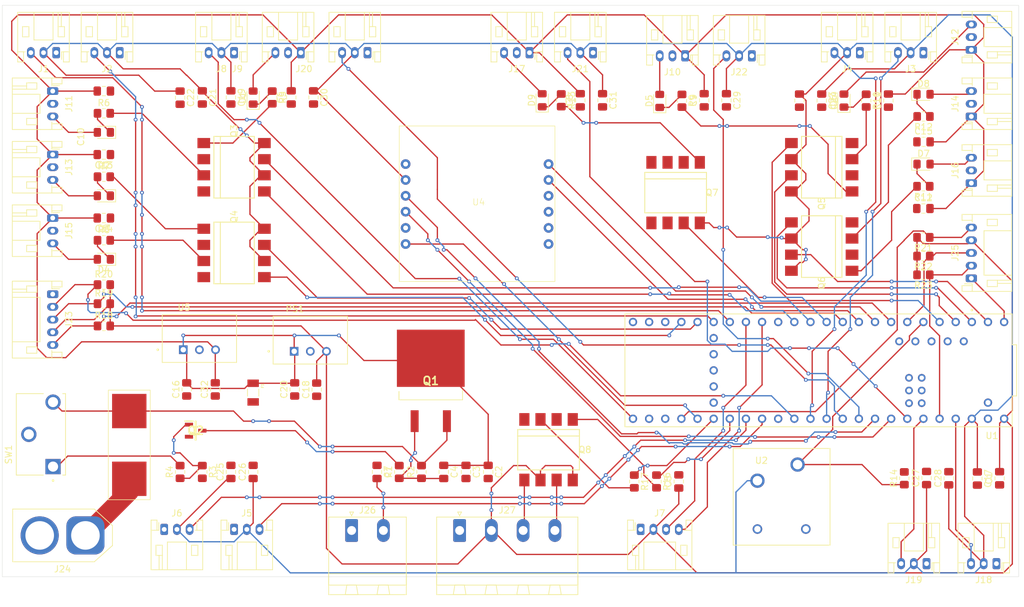
<source format=kicad_pcb>
(kicad_pcb (version 20240108) (generator "pcbnew") (generator_version "8.0")
  (layers (0 "F.Cu" signal) (31 "B.Cu" signal) (34 "B.Paste" user) (35 "F.Paste" user) (36 "B.SilkS" user "B.Silkscreen") (37 "F.SilkS" user "F.Silkscreen") (38 "B.Mask" user) (39 "F.Mask" user) (44 "Edge.Cuts" user))
  (net 0 "")
  (net 1 "+5V")
  (net 2 "GND")
  (net 3 "+12V")
  (net 4 "Net-(Q1-G)")
  (net 5 "+3.3V")
  (net 6 "OCT_FL")
  (net 7 "Net-(D1-K)")
  (net 8 "OCT_45L")
  (net 9 "Net-(D2-K)")
  (net 10 "Net-(D3-K)")
  (net 11 "OCT_60L")
  (net 12 "Net-(D4-K)")
  (net 13 "OCT_90L")
  (net 14 "Net-(D5-K)")
  (net 15 "OCT_FR")
  (net 16 "OCT_45R")
  (net 17 "Net-(D6-K)")
  (net 18 "Net-(D7-K)")
  (net 19 "OCT_60R")
  (net 20 "OCT_90R")
  (net 21 "Net-(D8-K)")
  (net 22 "Net-(D9-K)")
  (net 23 "OCT_Mid")
  (net 24 "Net-(Q1-S)")
  (net 25 "Net-(J24-Pin_1)")
  (net 26 "LS_LF1")
  (net 27 "LS_LF2")
  (net 28 "LS_RF1")
  (net 29 "LS_RF2")
  (net 30 "LS_BL1")
  (net 31 "LS_BL2")
  (net 32 "StartMod")
  (net 33 "LS_BR2")
  (net 34 "LS_BR1")
  (net 35 "LS_PlowLeft")
  (net 36 "LS_PlowMid")
  (net 37 "LS_PlowRight")
  (net 38 "OCT_Signal2")
  (net 39 "OCT_Signal1")
  (net 40 "Net-(Q2-D)")
  (net 41 "Net-(Q2-G)")
  (net 42 "Net-(Q3-Pad3)")
  (net 43 "DS_FL")
  (net 44 "Net-(Q3-Pad1)")
  (net 45 "DS_45L")
  (net 46 "Net-(Q4-Pad1)")
  (net 47 "Net-(Q4-Pad3)")
  (net 48 "DS_90L")
  (net 49 "DS_60L")
  (net 50 "Net-(Q5-Pad3)")
  (net 51 "DS_FR")
  (net 52 "DS_45R")
  (net 53 "Net-(Q5-Pad1)")
  (net 54 "DS_90R")
  (net 55 "DS_60R")
  (net 56 "Net-(Q6-Pad3)")
  (net 57 "Net-(Q6-Pad1)")
  (net 59 "Net-(Q7-Pad1)")
  (net 61 "DS_Mid")
  (net 64 "Net-(Q8-Pad1)")
  (net 65 "Net-(Q8-Pad3)")
  (net 66 "Net-(SW1-A)")
  (net 67 "Button1")
  (net 68 "MD_InputSignal1")
  (net 69 "MD_InputSignal2")
  (net 72 "IMU_SCL")
  (net 77 "IMU_INT2")
  (net 79 "IMU_CS")
  (net 81 "IMU_SDA")
  (net 87 "IMU_INT1")
  (net 92 "EncL_Pin3")
  (net 93 "EncL_Pin2")
  (net 94 "EncL_Pin5")
  (net 95 "EncR_Pin2")
  (net 96 "EncR_Pin3")
  (net 97 "EncR_Pin5")
  (net 98 "LCD_SCL")
  (net 99 "LCD_SDA")
  (net 102 "Net-(J26-Pin_2)")
  (net 103 "34V")
  (net 104 "Net-(PS1-+VIN)")
  (net 105 "+34V")
  (footprint "Capacitor_SMD:C_0805_2012Metric_Pad1.18x1.45mm_HandSolder" (layer "F.Cu") (at 142 114 -90)
    (property "Reference" "C2")
    (property "Value" "10uF")
  )
  (footprint "Connector_JST:JST_PH_S3B-PH-K_1x03_P2.00mm_Horizontal" (layer "F.Cu") (at 74 47.95 180)
    (property "Reference" "J1")
    (property "Value" "LS_LF1")
  )
  (footprint "Connector_JST:JST_PH_S3B-PH-K_1x03_P2.00mm_Horizontal" (layer "F.Cu") (at 210.5 47.95 180)
    (property "Reference" "J3")
    (property "Value" "LS_RF1")
  )
  (footprint "Connector_JST:JST_PH_S3B-PH-K_1x03_P2.00mm_Horizontal" (layer "F.Cu") (at 123 47.95 180)
    (property "Reference" "J20")
    (property "Value" "LS_PlowLeft")
  )
  (footprint "Capacitor_SMD:C_0805_2012Metric_Pad1.18x1.45mm_HandSolder" (layer "F.Cu") (at 81.5 64 180)
    (property "Reference" "C13")
    (property "Value" "0.1uF")
  )
  (footprint "Capacitor_SMD:C_0805_2012Metric_Pad1.18x1.45mm_HandSolder" (layer "F.Cu") (at 179.5 55.45 -90)
    (property "Reference" "C29")
    (property "Value" "0.1uF")
  )
  (footprint "LTV826:DIL8-SMD" (layer "F.Cu") (at 171.5 70 180)
    (property "Reference" "Q7")
    (property "Value" "LTV-826S")
  )
  (footprint "LED_SMD:LED_0805_2012Metric_Pad1.15x1.40mm_HandSolder" (layer "F.Cu") (at 210.525 54.5)
    (property "Reference" "D8")
    (property "Value" "LED")
  )
  (footprint "Connector_JST:JST_PH_S3B-PH-K_1x03_P2.00mm_Horizontal" (layer "F.Cu") (at 102 123.05)
    (property "Reference" "J5")
    (property "Value" "LS_BL1")
  )
  (footprint "Connector_JST:JST_PH_S3B-PH-K_1x03_P2.00mm_Horizontal" (layer "F.Cu") (at 73.45 74 -90)
    (property "Reference" "J15")
    (property "Value" "DS_90L")
  )
  (footprint "Capacitor_SMD:C_0805_2012Metric_Pad1.18x1.45mm_HandSolder" (layer "F.Cu") (at 194.5 55.5 -90)
    (property "Reference" "C23")
    (property "Value" "0.1uF")
  )
  (footprint "Connector_JST:JST_PH_S5B-PH-K_1x05_P2.00mm_Horizontal" (layer "F.Cu") (at 73.45 86 -90)
    (property "Reference" "J23")
    (property "Value" "Encoder_Left")
  )
  (footprint "Capacitor_SMD:C_0805_2012Metric_Pad1.18x1.45mm_HandSolder" (layer "F.Cu") (at 114.5 55 -90)
    (property "Reference" "C30")
    (property "Value" "0.1uF")
  )
  (footprint "Resistor_SMD:R_0805_2012Metric_Pad1.20x1.40mm_HandSolder" (layer "F.Cu") (at 97 114 -90)
    (property "Reference" "R3")
    (property "Value" "10k")
  )
  (footprint "Connector_JST:JST_PH_S3B-PH-K_1x03_P2.00mm_Horizontal" (layer "F.Cu") (at 218.05 47.5 90)
    (property "Reference" "J12")
    (property "Value" "DS_45R")
  )
  (footprint "Capacitor_SMD:C_0805_2012Metric_Pad1.18x1.45mm_HandSolder" (layer "F.Cu") (at 101.5 55 -90)
    (property "Reference" "C19")
    (property "Value" "0.1uF")
  )
  (footprint "Capacitor_SMD:C_0805_2012Metric_Pad1.18x1.45mm_HandSolder" (layer "F.Cu") (at 81.5 74 180)
    (property "Reference" "C14")
    (property "Value" "0.1uF")
  )
  (footprint "Resistor_SMD:R_0805_2012Metric_Pad1.20x1.40mm_HandSolder" (layer "F.Cu") (at 153.5 55.45 -90)
    (property "Reference" "R13")
    (property "Value" "500")
  )
  (footprint "Resistor_SMD:R_0805_2012Metric_Pad1.20x1.40mm_HandSolder" (layer "F.Cu") (at 131.5 114 90)
    (property "Reference" "R2")
    (property "Value" "10k")
  )
  (footprint "Resistor_SMD:R_0805_2012Metric_Pad1.20x1.40mm_HandSolder" (layer "F.Cu") (at 210.5 69 180)
    (property "Reference" "R11")
    (property "Value" "500")
  )
  (footprint "Capacitor_SMD:C_0805_2012Metric_Pad1.18x1.45mm_HandSolder" (layer "F.Cu") (at 210.5 72.5)
    (property "Reference" "C12")
    (property "Value" "0.1uF")
  )
  (footprint "Connector_JST:JST_PH_S3B-PH-K_1x03_P2.00mm_Horizontal" (layer "F.Cu") (at 200.5 47.95 180)
    (property "Reference" "J4")
    (property "Value" "LS_RF2")
  )
  (footprint "Resistor_SMD:R_0805_2012Metric_Pad1.20x1.40mm_HandSolder" (layer "F.Cu") (at 210.5 82.95 180)
    (property "Reference" "R23")
    (property "Value" "2.7k")
  )
  (footprint "Resistor_SMD:R_0805_2012Metric_Pad1.20x1.40mm_HandSolder" (layer "F.Cu") (at 165 115.5 -90)
    (property "Reference" "R17")
    (property "Value" "100")
  )
  (footprint "Capacitor_SMD:C_0805_2012Metric_Pad1.18x1.45mm_HandSolder" (layer "F.Cu") (at 105 114 90)
    (property "Reference" "C26")
    (property "Value" "0.1uF")
  )
  (footprint "Resistor_SMD:R_0805_2012Metric_Pad1.20x1.40mm_HandSolder" (layer "F.Cu") (at 93.5 114 90)
    (property "Reference" "R4")
    (property "Value" "10k")
  )
  (footprint "LED_SMD:LED_0805_2012Metric_Pad1.15x1.40mm_HandSolder" (layer "F.Cu") (at 198 55.5 90)
    (property "Reference" "D6")
    (property "Value" "LED")
  )
  (footprint "TSR_1-2450:CONV_TSR_1-2450" (layer "F.Cu") (at 114 93.25)
    (property "Reference" "PS1")
    (property "Value" "TSR_1-2450")
  )
  (footprint "Capacitor_SMD:C_0805_2012Metric_Pad1.18x1.45mm_HandSolder" (layer "F.Cu") (at 115 101.0375 90)
    (property "Reference" "C18")
    (property "Value" "0.1uF")
  )
  (footprint "Capacitor_SMD:C_0805_2012Metric_Pad1.18x1.45mm_HandSolder" (layer "F.Cu") (at 205 55.5 90)
    (property "Reference" "C11")
    (property "Value" "0.1uF")
  )
  (footprint "DEV-16771 (3):MODULE_DEV-16771" (layer "F.Cu") (at 194 98 180)
    (property "Reference" "U1")
    (property "Value" "DEV-16771")
  )
  (footprint "Connector_JST:JST_PH_S3B-PH-K_1x03_P2.00mm_Horizontal" (layer "F.Cu") (at 158.5 47.95 180)
    (property "Reference" "J21")
    (property "Value" "LS_PlowMid")
  )
  (footprint "G-107-0513:SW_G-107-0513" (layer "F.Cu") (at 71.595 108.08 90)
    (property "Reference" "SW1")
    (property "Value" "SW_SPST")
  )
  (footprint "Connector_JST:JST_PH_S3B-PH-K_1x03_P2.00mm_Horizontal" (layer "F.Cu") (at 102 47.95 180)
    (property "Reference" "J8")
    (property "Value" "Start Module")
  )
  (footprint "Resistor_SMD:R_0805_2012Metric_Pad1.20x1.40mm_HandSolder" (layer "F.Cu") (at 81.5 67.5)
    (property "Reference" "R7")
    (property "Value" "500")
  )
  (footprint "Capacitor_SMD:C_0805_2012Metric_Pad1.18x1.45mm_HandSolder" (layer "F.Cu") (at 81.5 54 180)
    (property "Reference" "C10")
    (property "Value" "0.1uF")
  )
  (footprint "Capacitor_SMD:C_0805_2012Metric_Pad1.18x1.45mm_HandSolder" (layer "F.Cu") (at 124.5 114 -90)
    (property "Reference" "C7")
    (property "Value" "0.1uF")
  )
  (footprint "Capacitor_SMD:C_0805_2012Metric_Pad1.18x1.45mm_HandSolder" (layer "F.Cu") (at 101.5 114 90)
    (property "Reference" "C25")
    (property "Value" "0.1uF")
  )
  (footprint "LTV826:DIL8-SMD" (layer "F.Cu") (at 102 79.5 -90)
    (property "Reference" "Q4")
    (property "Value" "LTV-826S")
  )
  (footprint "LED_SMD:LED_0805_2012Metric_Pad1.15x1.40mm_HandSolder" (layer "F.Cu") (at 169 55.55 90)
    (property "Reference" "D5")
    (property "Value" "LED")
  )
  (footprint "Resistor_SMD:R_0805_2012Metric_Pad1.20x1.40mm_HandSolder" (layer "F.Cu") (at 128 114 90)
    (property "Reference" "R1")
    (property "Value" "15k")
  )
  (footprint "Resistor_SMD:R_0805_2012Metric_Pad1.20x1.40mm_HandSolder" (layer "F.Cu") (at 81.5 77.5)
    (property "Reference" "R8")
    (property "Value" "500")
  )
  (footprint "Connector_JST:JST_PH_S3B-PH-K_1x03_P2.00mm_Horizontal" (layer "F.Cu") (at 73.45 54 -90)
    (property "Reference" "J11")
    (property "Value" "DS_45L")
  )
  (footprint "LTV826:DIL8-SMD" (layer "F.Cu") (at 194.5 66 90)
    (property "Reference" "Q5")
    (property "Value" "LTV-826S")
  )
  (footprint "Resistor_SMD:R_0805_2012Metric_Pad1.20x1.40mm_HandSolder" (layer "F.Cu") (at 81.5 87.5)
    (property "Reference" "R19")
    (property "Value" "2.7k")
  )
  (footprint "C1F-1:FUSC3215X83N" (layer "F.Cu") (at 105 101.5 -90)
    (property "Reference" "F1")
    (property "Value" "FuseNotMotors")
  )
  (footprint "Capacitor_SMD:C_0805_2012Metric_Pad1.18x1.45mm_HandSolder" (layer "F.Cu") (at 176 55.45 90)
    (property "Reference" "C9")
    (property "Value" "0.1uF")
  )
  (footprint "Capacitor_SMD:C_0805_2012Metric_Pad1.18x1.45mm_HandSolder" (layer "F.Cu") (at 97 55 -90)
    (property "Reference" "C21")
    (property "Value" "0.1uF")
  )
  (footprint "LED_SMD:LED_0805_2012Metric_Pad1.15x1.40mm_HandSolder" (layer "F.Cu") (at 150.5 55.45 90)
    (property "Reference" "D9")
    (property "Value" "LED")
  )
  (footprint "Capacitor_SMD:C_0805_2012Metric_Pad1.18x1.45mm_HandSolder" (layer "F.Cu") (at 138.5 114 -90)
    (property "Reference" "C3")
    (property "Value" "1uF")
  )
  (footprint "Resistor_SMD:R_0805_2012Metric_Pad1.20x1.40mm_HandSolder" (layer "F.Cu") (at 81.5 57.5)
    (property "Reference" "R6")
    (property "Value" "500")
  )
  (footprint "NMosfet:SOT95P237X112-3N" (layer "F.Cu") (at 95.95 107.5)
    (property "Reference" "Q2")
    (property "Value" "SQ2318AES-T1_BE3" (hide yes))
  )
  (footprint "Connector_JST:JST_PH_S3B-PH-K_1x03_P2.00mm_Horizontal" (layer "F.Cu") (at 84 47.95 180)
    (property "Reference" "J2")
    (property "Value" "LS_LF2")
  )
  (footprint "Connector_JST:JST_PH_S3B-PH-K_1x03_P2.00mm_Horizontal" (layer "F.Cu") (at 91 123.05)
    (property "Reference" "J6")
    (property "Value" "LS_BL2")
  )
  (footprint "Capacitor_SMD:C_0805_2012Metric_Pad1.18x1.45mm_HandSolder" (layer "F.Cu") (at 93.5 55.0375 -90)
    (property "Reference" "C22")
    (property "Value" "0.1uF")
  )
  (footprint "WTF:0456050.DRSD" (layer "F.Cu") (at 85.5 110)
    (property "Reference" "F2" (hide yes))
    (property "Value" "Fuse" (hide yes))
  )
  (footprint "Connector_JST:JST_PH_S4B-PH-K_1x04_P2.00mm_Horizontal" (layer "F.Cu") (at 166 123.05)
    (property "Reference" "J7")
    (property "Value" "LCD_Screen")
  )
  (footprint "LED_SMD:LED_0805_2012Metric_Pad1.15x1.40mm_HandSolder" (layer "F.Cu") (at 81.5 70.5 180)
    (property "Reference" "D3")
    (property "Value" "LED")
  )
  (footprint "Capacitor_SMD:C_0805_2012Metric_Pad1.18x1.45mm_HandSolder" (layer "F.Cu") (at 191 55.5 -90)
    (property "Reference" "C24")
    (property "Value" "0.1uF")
  )
  (footprint "LED_SMD:LED_0805_2012Metric_Pad1.15x1.40mm_HandSolder" (layer "F.Cu") (at 105 55.025 90)
    (property "Reference" "D1")
    (property "Value" "LED")
  )
  (footprint "Resistor_SMD:R_0805_2012Metric_Pad1.20x1.40mm_HandSolder" (layer "F.Cu") (at 207.5 115 90)
    (property "Reference" "R14")
    (property "Value" "4.7k")
  )
  (footprint "Resistor_SMD:R_0805_2012Metric_Pad1.20x1.40mm_HandSolder" (layer "F.Cu") (at 210.5 80 180)
    (property "Reference" "R22")
    (property "Value" "2.7k")
  )
  (footprint "Capacitor_SMD:C_0805_2012Metric_Pad1.18x1.45mm_HandSolder" (layer "F.Cu") (at 111.54 101 90)
    (property "Reference" "C20")
    (property "Value" "0.1uF")
  )
  (footprint "Capacitor_SMD:C_0805_2012Metric_Pad1.18x1.45mm_HandSolder" (layer "F.Cu") (at 210.525 62)
    (property "Reference" "C15")
    (property "Value" "0.1uF")
  )
  (footprint "LED_SMD:LED_0805_2012Metric_Pad1.15x1.40mm_HandSolder" (layer "F.Cu") (at 81.5 80.5 180)
    (property "Reference" "D4")
    (property "Value" "LED")
  )
  (footprint "Connector_JST:JST_PH_S3B-PH-K_1x03_P2.00mm_Horizontal" (layer "F.Cu") (at 173 48.45 180)
    (property "Reference" "J10")
    (property "Value" "DS_FR")
  )
  (footprint "Capacitor_SMD:C_0805_2012Metric_Pad1.18x1.45mm_HandSolder" (layer "F.Cu") (at 111 55 90)
    (property "Reference" "C6")
    (property "Value" "0.1uF")
  )
  (footprint "Connector_JST:JST_PH_S3B-PH-K_1x03_P2.00mm_Horizontal" (layer "F.Cu") (at 218.05 58 90)
    (property "Reference" "J14")
    (property "Value" "DS_60R")
  )
  (footprint "MX1A-11NN:CHERRY_MX1A-11NN_SWITCH" (layer "F.Cu") (at 188.19 117.92)
    (property "Reference" "U2")
    (property "Value" "Button1")
  )
  (footprint "LED_SMD:LED_0805_2012Metric_Pad1.15x1.40mm_HandSolder" (layer "F.Cu") (at 81.5 60.5 180)
    (property "Reference" "D2")
    (property "Value" "LED")
  )
  (footprint "Resistor_SMD:R_0805_2012Metric_Pad1.20x1.40mm_HandSolder" (layer "F.Cu") (at 108 55 -90)
    (property "Reference" "R5")
    (property "Value" "500")
  )
  (footprint "Connector_Phoenix_MSTB:PhoenixContact_MSTBA_2,5_4-G_1x04_P5.00mm_Horizontal" (layer "F.Cu") (at 137.5 123.2225)
    (property "Reference" "J27")
    (property "Value" "MD_SIgnals")
  )
  (footprint "Connector_JST:JST_PH_S3B-PH-K_1x03_P2.00mm_Horizontal" (layer "F.Cu") (at 218.05 68.5 90)
    (property "Reference" "J16")
    (property "Value" "DS_90R")
  )
  (footprint "Capacitor_SMD:C_0805_2012Metric_Pad1.18x1.45mm_HandSolder" (layer "F.Cu") (at 135 114 -90)
    (property "Reference" "C4")
    (property "Value" "1uF")
  )
  (footprint "Resistor_SMD:R_0805_2012Metric_Pad1.20x1.40mm_HandSolder" (layer "F.Cu") (at 168.5 115.5 -90)
    (property "Reference" "R16")
    (property "Value" "100")
  )
  (footprint "LTV826:DIL8-SMD" (layer "F.Cu") (at 102 66 -90)
    (property "Reference" "Q3")
    (property "Value" "LTV-826S")
  )
  (footprint "Connector_JST:JST_PH_S3B-PH-K_1x03_P2.00mm_Horizontal" (layer "F.Cu") (at 183.5 48.45 180)
    (property "Reference" "J22")
    (property "Value" "LS_PlowRight")
  )
  (footprint "Connector_JST:JST_PH_S3B-PH-K_1x03_P2.00mm_Horizontal" (layer "F.Cu") (at 222 128.45 180)
    (property "Reference" "J18")
    (property "Value" "LS_BR2")
  )
  (footprint "Capacitor_SMD:C_0805_2012Metric_Pad1.18x1.45mm_HandSolder" (layer "F.Cu") (at 156.5 55.45 90)
    (property "Reference" "C8")
    (property "Value" "0.1uF")
  )
  (footprint "Connector_JST:JST_PH_S5B-PH-K_1x05_P2.00mm_Horizontal" (layer "F.Cu") (at 218.05 83.5 90)
    (property "Reference" "J25")
    (property "Value" "Encoder_Right")
  )
  (footprint "PowerMosfet:SQM40P1040L_GE3" (layer "F.Cu") (at 132.96 96.094)
    (property "Reference" "Q1")
    (property "Value" "SQM40P10-40L_GE3" (hide yes))
  )
  (footprint "Capacitor_SMD:C_0805_2012Metric_Pad1.18x1.45mm_HandSolder" (layer "F.Cu") (at 219 115.0375 -90)
    (property "Reference" "C17")
    (property "Value" "0.1uF")
  )
  (footprint "TSR_1-2450:CONV_TSR_1-2450" (layer "F.Cu") (at 96.54 93)
    (property "Reference" "U5")
    (property "Value" "L7812CV")
  )
  (footprint "Resistor_SMD:R_0805_2012Metric_Pad1.20x1.40mm_HandSolder" (layer "F.Cu") (at 210.5 77.05 180)
    (property "Reference" "R21")
    (property "Value" "2.7k")
  )
  (footprint "LTV826:DIL8-SMD" (layer "F.Cu") (at 151.5 110.5 180)
    (property "Reference" "Q8")
    (property "Value" "LTV-826S")
  )
  (footprint "Capacitor_SMD:C_0805_2012Metric_Pad1.18x1.45mm_HandSolder" (layer "F.Cu") (at 211 114.9625 90)
    (property "Reference" "C27")
    (property "Value" "0.1uF")
  )
  (footprint "LTV826:DIL8-SMD" (layer "F.Cu") (at 194.5 78.5 90)
    (property "Reference" "Q6")
    (property "Value" "LTV-826S")
  )
  (footprint "Capacitor_SMD:C_0805_2012Metric_Pad1.18x1.45mm_HandSolder" (layer "F.Cu") (at 160 55.45 -90)
    (property "Reference" "C31")
    (property "Value" "0.1uF")
  )
  (footprint "Connector_JST:JST_PH_S3B-PH-K_1x03_P2.00mm_Horizontal" (layer "F.Cu") (at 73.45 64 -90)
    (property "Reference" "J13")
    (property "Value" "DS_60L")
  )
  (footprint "Resistor_SMD:R_0805_2012Metric_Pad1.20x1.40mm_HandSolder" (layer "F.Cu") (at 81.5 91)
    (property "Reference" "R18")
    (property "Value" "2.7k")
  )
  (footprint "Capacitor_SMD:C_0805_2012Metric_Pad1.18x1.45mm_HandSolder" (layer "F.Cu") (at 94.54 101 90)
    (property "Reference" "C16")
    (property "Value" "0.1uF")
  )
  (footprint "Resistor_SMD:R_0805_2012Metric_Pad1.20x1.40mm_HandSolder" (layer "F.Cu") (at 81.5 84.5)
    (property "Reference" "R20")
    (property "Value" "2.7k")
  )
  (footprint "Capacitor_SMD:C_0805_2012Metric_Pad1.18x1.45mm_HandSolder" (layer "F.Cu") (at 172 115.5 90)
    (property "Reference" "C5")
    (property "Value" "0.1uF")
  )
  (footprint "Capacitor_SMD:C_0805_2012Metric_Pad1.18x1.45mm_HandSolder" (layer "F.Cu") (at 99.04 101 90)
    (property "Reference" "C32")
    (property "Value" "0.1uF")
  )
  (footprint "Connector_JST:JST_PH_S3B-PH-K_1x03_P2.00mm_Horizontal" (layer "F.Cu") (at 211 128.45 180)
    (property "Reference" "J19")
    (property "Value" "LS_BR1")
  )
  (footprint "Connector_Phoenix_MSTB:PhoenixContact_MSTBA_2,5_2-G_1x02_P5.00mm_Horizontal" (layer "F.Cu") (at 120.5 123.2225)
    (property "Reference" "J26")
    (property "Value" "MD_Power")
  )
  (footprint "Connector_AMASS:AMASS_XT60-F_1x02_P7.20mm_Vertical" (layer "F.Cu") (at 78.6 124 180)
    (property "Reference" "J24")
    (property "Value" "Battery")
  )
  (footprint "Connector_JST:JST_PH_S3B-PH-K_1x03_P2.00mm_Horizontal" (layer "F.Cu") (at 148.5 47.95 180)
    (property "Reference" "J17")
    (property "Value" "DS_Mid")
  )
  (footprint "Resistor_SMD:R_0805_2012Metric_Pad1.20x1.40mm_HandSolder" (layer "F.Cu") (at 210.525 58 180)
    (property "Reference" "R12")
    (property "Value" "500")
  )
  (footprint "Capacitor_SMD:C_0805_2012Metric_Pad1.18x1.45mm_HandSolder" (layer "F.Cu") (at 214.5 115 90)
    (property "Reference" "C28")
    (property "Value" "0.1uF")
  )
  (footprint "Resistor_SMD:R_0805_2012Metric_Pad1.20x1.40mm_HandSolder" (layer "F.Cu") (at 201.5 55.5 -90)
    (property "Reference" "R10")
    (property "Value" "500")
  )
  (footprint "Connector_JST:JST_PH_S3B-PH-K_1x03_P2.00mm_Horizontal" (layer "F.Cu") (at 112.5 47.95 180)
    (property "Reference" "J9")
    (property "Value" "DS_FL")
  )
  (footprint "LED_SMD:LED_0805_2012Metric_Pad1.15x1.40mm_HandSolder" (layer "F.Cu") (at 210.525 65.5)
    (property "Reference" "D7")
    (property "Value" "LED")
  )
  (footprint "Capacitor_SMD:C_0805_2012Metric_Pad1.18x1.45mm_HandSolder" (layer "F.Cu") (at 222.5 115 90)
    (property "Reference" "C1")
    (property "Value" "0.1uF")
  )
  (footprint "BMI323:SEN-21325" (layer "F.Cu") (at 140.5 72)
    (property "Reference" "U4")
    (property "Value" "~" (hide yes))
  )
  (footprint "Resistor_SMD:R_0805_2012Metric_Pad1.20x1.40mm_HandSolder" (layer "F.Cu") (at 172.5 55.525 -90)
    (property "Reference" "R9")
    (property "Value" "500")
  )
  (gr_rect (start 65.5 40.5) (end 225.5 130.5) (stroke (width 0.05)) (fill none) (layer "Edge.Cuts"))
  (segment (start 146.5 127) (end 164.05 127) (width 0.2) (layer "F.Cu") (net 1))
  (segment (start 82.5 87.5) (end 80 90) (width 0.2) (layer "F.Cu") (net 1))
  (segment (start 218.05 77.5) (end 217.5 78.05) (width 0.2) (layer "F.Cu") (net 1))
  (segment (start 150.23 115.27) (end 150.23 113.77) (width 0.2) (layer "F.Cu") (net 1))
  (segment (start 174.85 129.9) (end 223.1 129.9) (width 0.2) (layer "F.Cu") (net 1))
  (segment (start 115 100) (end 115 96.54) (width 0.2) (layer "F.Cu") (net 1))
  (segment (start 115 96.54) (end 116.54 95) (width 0.2) (layer "F.Cu") (net 1))
  (segment (start 142.5 116.5) (end 146 113) (width 0.2) (layer "F.Cu") (net 1))
  (segment (start 147.96 113) (end 150.23 115.27) (width 0.2) (layer "F.Cu") (net 1))
  (segment (start 217.5 78.05) (end 210.5 78.05) (width 0.2) (layer "F.Cu") (net 1))
  (segment (start 209.5 77.05) (end 209.5 82.95) (width 0.2) (layer "F.Cu") (net 1))
  (segment (start 224.5 104.33) (end 224.5 83.95) (width 0.2) (layer "F.Cu") (net 1))
  (segment (start 224.5 83.95) (end 218.05 77.5) (width 0.2) (layer "F.Cu") (net 1))
  (segment (start 116.54 126.04) (end 119 128.5) (width 0.2) (layer "F.Cu") (net 1))
  (segment (start 155.31 113.31) (end 155.31 115.27) (width 0.2) (layer "F.Cu") (net 1))
  (segment (start 116.54 95) (end 112.54 91) (width 0.2) (layer "F.Cu") (net 1))
  (segment (start 142.7225 123.2225) (end 146.5 127) (width 0.2) (layer "F.Cu") (net 1))
  (segment (start 137.2225 128.5) (end 142.5 123.2225) (width 0.2) (layer "F.Cu") (net 1))
  (segment (start 116.54 95) (end 116.54 126.04) (width 0.2) (layer "F.Cu") (net 1))
  (segment (start 112.54 91) (end 82.5 91) (width 0.2) (layer "F.Cu") (net 1))
  (segment (start 155 113) (end 155.31 113.31) (width 0.2) (layer "F.Cu") (net 1))
  (segment (start 146 113) (end 147.96 113) (width 0.2) (layer "F.Cu") (net 1))
  (segment (start 224.5 128.5) (end 224.5 106.91) (width 0.2) (layer "F.Cu") (net 1))
  (segment (start 168 123.05) (end 174.85 129.9) (width 0.2) (layer "F.Cu") (net 1))
  (segment (start 223.21 105.62) (end 224.5 104.33) (width 0.2) (layer "F.Cu") (net 1))
  (segment (start 142.5 117.4) (end 142.5 116.5) (width 0.2) (layer "F.Cu") (net 1))
  (segment (start 223.1 129.9) (end 224.5 128.5) (width 0.2) (layer "F.Cu") (net 1))
  (segment (start 224.5 106.91) (end 223.21 105.62) (width 0.2) (layer "F.Cu") (net 1))
  (segment (start 151 113) (end 155 113) (width 0.2) (layer "F.Cu") (net 1))
  (segment (start 164.05 127) (end 168 123.05) (width 0.2) (layer "F.Cu") (net 1))
  (segment (start 150.23 113.77) (end 151 113) (width 0.2) (layer "F.Cu") (net 1))
  (segment (start 75.45 90) (end 73.45 92) (width 0.2) (layer "F.Cu") (net 1))
  (segment (start 142.5 123.2225) (end 142.7225 123.2225) (width 0.2) (layer "F.Cu") (net 1))
  (segment (start 142.5 123.2225) (end 142.5 120) (width 0.2) (layer "F.Cu") (net 1))
  (segment (start 172 116.5375) (end 172 119.05) (width 0.2) (layer "F.Cu") (net 1))
  (segment (start 172 119.05) (end 168 123.05) (width 0.2) (layer "F.Cu") (net 1))
  (segment (start 80 90) (end 75.45 90) (width 0.2) (layer "F.Cu") (net 1))
  (segment (start 82.5 91) (end 82.5 84.5) (width 0.2) (layer "F.Cu") (net 1))
  (segment (start 119 128.5) (end 137.2225 128.5) (width 0.2) (layer "F.Cu") (net 1))
  (segment (start 222.5 113.9625) (end 222.5 106.33) (width 0.2) (layer "F.Cu") (net 1))
  (segment (start 210.5 78.05) (end 209.5 77.05) (width 0.2) (layer "F.Cu") (net 1))
  (segment (start 222.5 106.33) (end 223.21 105.62) (width 0.2) (layer "F.Cu") (net 1))
  (via (at 142.5 117.4) (size 0.6) (drill 0.3) (layers "F.Cu" "B.Cu") (net 1))
  (via (at 142.5 120) (size 0.6) (drill 0.3) (layers "F.Cu" "B.Cu") (net 1))
  (segment (start 142.5 120) (end 142.5 117.4) (width 0.2) (layer "B.Cu") (net 1))
  (segment (start 223.21 88.66) (end 223.21 90.38) (width 0.2) (layer "F.Cu") (net 2))
  (segment (start 218.05 83.5) (end 223.21 88.66) (width 0.2) (layer "F.Cu") (net 2))
  (segment (start 132.96 96.4445) (end 122.4445 96.4445) (width 0.2) (layer "F.Cu") (net 3))
  (segment (start 94.54 95.29) (end 94 94.75) (width 0.2) (layer "F.Cu") (net 3))
  (segment (start 214.615686 47.5) (end 218.05 47.5) (width 0.2) (layer "F.Cu") (net 3))
  (segment (start 211.5375 72.5) (end 214.05 72.5) (width 0.2) (layer "F.Cu") (net 3))
  (segment (start 71 61.55) (end 71 56.45) (width 0.2) (layer "F.Cu") (net 3))
  (segment (start 71 56.45) (end 73.45 54) (width 0.2) (layer "F.Cu") (net 3))
  (segment (start 218.5 42) (end 220 43.5) (width 0.2) (layer "F.Cu") (net 3))
  (segment (start 111 49.45) (end 112.5 47.95) (width 0.2) (layer "F.Cu") (net 3))
  (segment (start 111 53.9625) (end 111 49.45) (width 0.2) (layer "F.Cu") (net 3))
  (segment (start 67 43) (end 68 42) (width 0.2) (layer "F.Cu") (net 3))
  (segment (start 67 47.55) (end 67 43) (width 0.2) (layer "F.Cu") (net 3))
  (segment (start 176 54.4125) (end 176 51.45) (width 0.2) (layer "F.Cu") (net 3))
  (segment (start 122.4445 96.4445) (end 118.5 92.5) (width 0.2) (layer "F.Cu") (net 3))
  (segment (start 111.46 92.54) (end 111.46 95) (width 0.2) (layer "F.Cu") (net 3))
  (segment (start 207.653186 54.4625) (end 214.615686 47.5) (width 0.2) (layer "F.Cu") (net 3))
  (segment (start 111.54 95.08) (end 111.46 95) (width 0.2) (layer "F.Cu") (net 3))
  (segment (start 97.83 93.5) (end 78 93.5) (width 0.2) (layer "F.Cu") (net 3))
  (segment (start 176 51.45) (end 173 48.45) (width 0.2) (layer "F.Cu") (net 3))
  (segment (start 73.45 74) (end 71 71.55) (width 0.2) (layer "F.Cu") (net 3))
  (segment (start 214.05 62) (end 218.05 58) (width 0.2) (layer "F.Cu") (net 3))
  (segment (start 99.08 94.75) (end 97.83 93.5) (width 0.2) (layer "F.Cu") (net 3))
  (segment (start 111.54 99.9625) (end 111.54 95.08) (width 0.2) (layer "F.Cu") (net 3))
  (segment (start 78 93.5) (end 75.5 96) (width 0.2) (layer "F.Cu") (net 3))
  (segment (start 68 42) (end 106.55 42) (width 0.2) (layer "F.Cu") (net 3))
  (segment (start 173 48.45) (end 179.45 42) (width 0.2) (layer "F.Cu") (net 3))
  (segment (start 111.5 92.5) (end 94 92.5) (width 0.2) (layer "F.Cu") (net 3))
  (segment (start 179.45 42) (end 218.5 42) (width 0.2) (layer "F.Cu") (net 3))
  (segment (start 80.4625 64) (end 73.45 64) (width 0.2) (layer "F.Cu") (net 3))
  (segment (start 220 43.5) (end 220 45.55) (width 0.2) (layer "F.Cu") (net 3))
  (segment (start 106.55 42) (end 112.5 47.95) (width 0.2) (layer "F.Cu") (net 3))
  (segment (start 142.55 42) (end 148.5 47.95) (width 0.2) (layer "F.Cu") (net 3))
  (segment (start 156.5 54.4125) (end 150.0375 47.95) (width 0.2) (layer "F.Cu") (net 3))
  (segment (start 220 56.05) (end 218.05 58) (width 0.2) (layer "F.Cu") (net 3))
  (segment (start 150.0375 47.95) (end 148.5 47.95) (width 0.2) (layer "F.Cu") (net 3))
  (segment (start 99.04 99.9625) (end 99.04 94.79) (width 0.2) (layer "F.Cu") (net 3))
  (segment (start 220 45.55) (end 218.05 47.5) (width 0.2) (layer "F.Cu") (net 3))
  (segment (start 99.04 94.79) (end 99.08 94.75) (width 0.2) (layer "F.Cu") (net 3))
  (segment (start 205 54.4625) (end 207.653186 54.4625) (width 0.2) (layer "F.Cu") (net 3))
  (segment (start 94.54 99.9625) (end 94.54 95.29) (width 0.2) (layer "F.Cu") (net 3))
  (segment (start 220 66.55) (end 218.05 68.5) (width 0.2) (layer "F.Cu") (net 3))
  (segment (start 72.5 96) (end 71 94.5) (width 0.2) (layer "F.Cu") (net 3))
  (segment (start 118.45 42) (end 142.55 42) (width 0.2) (layer "F.Cu") (net 3))
  (segment (start 80.4625 74) (end 73.45 74) (width 0.2) (layer "F.Cu") (net 3))
  (segment (start 80.4625 54) (end 73.45 54) (width 0.2) (layer "F.Cu") (net 3))
  (segment (start 154.45 42) (end 166.55 42) (width 0.2) (layer "F.Cu") (net 3))
  (segment (start 112.5 47.95) (end 118.45 42) (width 0.2) (layer "F.Cu") (net 3))
  (segment (start 218.05 58) (end 220 59.95) (width 0.2) (layer "F.Cu") (net 3))
  (segment (start 111.5 92.5) (end 111.46 92.54) (width 0.2) (layer "F.Cu") (net 3))
  (segment (start 148.5 47.95) (end 154.45 42) (width 0.2) (layer "F.Cu") (net 3))
  (segment (start 73.45 64) (end 71 61.55) (width 0.2) (layer "F.Cu") (net 3))
  (segment (start 71 76.45) (end 73.45 74) (width 0.2) (layer "F.Cu") (net 3))
  (segment (start 71 94.5) (end 71 76.45) (width 0.2) (layer "F.Cu") (net 3))
  (segment (start 218.05 47.5) (end 220 49.45) (width 0.2) (layer "F.Cu") (net 3))
  (segment (start 73.45 54) (end 67 47.55) (width 0.2) (layer "F.Cu") (net 3))
  (segment (start 220 49.45) (end 220 56.05) (width 0.2) (layer "F.Cu") (net 3))
  (segment (start 71 71.55) (end 71 66.45) (width 0.2) (layer "F.Cu") (net 3))
  (segment (start 166.55 42) (end 173 48.45) (width 0.2) (layer "F.Cu") (net 3))
  (segment (start 211.5625 62) (end 214.05 62) (width 0.2) (layer "F.Cu") (net 3))
  (segment (start 214.05 72.5) (end 218.05 68.5) (width 0.2) (layer "F.Cu") (net 3))
  (segment (start 220 59.95) (end 220 66.55) (width 0.2) (layer "F.Cu") (net 3))
  (segment (start 71 66.45) (end 73.45 64) (width 0.2) (layer "F.Cu") (net 3))
  (segment (start 75.5 96) (end 72.5 96) (width 0.2) (layer "F.Cu") (net 3))
  (via (at 94 92.5) (size 0.6) (drill 0.3) (layers "F.Cu" "B.Cu") (net 3))
  (via (at 111.5 92.5) (size 0.6) (drill 0.3) (layers "F.Cu" "B.Cu") (net 3))
  (via (at 118.5 92.5) (size 0.6) (drill 0.3) (layers "F.Cu" "B.Cu") (net 3))
  (segment (start 118.5 92.5) (end 111.5 92.5) (width 0.2) (layer "B.Cu") (net 3))
  (segment (start 94 92.5) (end 94 94.75) (width 0.2) (layer "B.Cu") (net 3))
  (segment (start 128 115) (end 129.825735 113.174265) (width 0.2) (layer "F.Cu") (net 4))
  (segment (start 129.825735 113.174265) (end 129.825735 112.174265) (width 0.2) (layer "F.Cu") (net 4))
  (segment (start 131.5 115) (end 131.5375 115.0375) (width 0.2) (layer "F.Cu") (net 4))
  (segment (start 131.5375 115.0375) (end 135 115.0375) (width 0.2) (layer "F.Cu") (net 4))
  (segment (start 130.42 110.92) (end 130.42 106.3505) (width 0.2) (layer "F.Cu") (net 4))
  (segment (start 131.5 115) (end 128 115) (width 0.2) (layer "F.Cu") (net 4))
  (segment (start 130.5 111) (end 130.42 110.92) (width 0.2) (layer "F.Cu") (net 4))
  (via (at 129.825735 112.174265) (size 0.6) (drill 0.3) (layers "F.Cu" "B.Cu") (net 4))
  (via (at 130.5 111) (size 0.6) (drill 0.3) (layers "F.Cu" "B.Cu") (net 4))
  (segment (start 129.825735 112.174265) (end 129.825735 111.674265) (width 0.2) (layer "B.Cu") (net 4))
  (segment (start 129.825735 111.674265) (end 130.5 111) (width 0.2) (layer "B.Cu") (net 4))
  (segment (start 194.5 54.4625) (end 198.4625 50.5) (width 0.2) (layer "F.Cu") (net 5))
  (segment (start 75.55 51.5) (end 72 47.95) (width 0.2) (layer "F.Cu") (net 5))
  (segment (start 189.73 64.73) (end 192 67) (width 0.2) (layer "F.Cu") (net 5))
  (segment (start 189.73 77.23) (end 188.33 77.23) (width 0.2) (layer "F.Cu") (net 5))
  (segment (start 189.73 69.81) (end 192.5 72.58) (width 0.2) (layer "F.Cu") (net 5))
  (segment (start 211 116) (end 211 126.45) (width 0.2) (layer "F.Cu") (net 5))
  (segment (start 189.73 77.23) (end 191.5 79) (width 0.2) (layer "F.Cu") (net 5))
  (segment (start 191 54.4625) (end 192.025 55.4875) (width 0.2) (layer "F.Cu") (net 5))
  (segment (start 179.5 54.4125) (end 179.5 50.45) (width 0.2) (layer "F.Cu") (net 5))
  (segment (start 104.5 77.5) (end 104.5 78.5) (width 0.2) (layer "F.Cu") (net 5))
  (segment (start 104.5 73.42) (end 106.77 75.69) (width 0.2) (layer "F.Cu") (net 5))
  (segment (start 214.5 116.0375) (end 214.5 122.95) (width 0.2) (layer "F.Cu") (net 5))
  (segment (start 192.5 72.58) (end 192.5 74.46) (width 0.2) (layer "F.Cu") (net 5))
  (segment (start 181.1 77) (end 179.6 75.5) (width 0.2) (layer "F.Cu") (net 5))
  (segment (start 192.025 55.4875) (end 192.025 62.435) (width 0.2) (layer "F.Cu") (net 5))
  (segment (start 93.5 50.5) (end 84.55 50.5) (width 0.2) (layer "F.Cu") (net 5))
  (segment (start 179.5 50.45) (end 181.5 48.45) (width 0.2) (layer "F.Cu") (net 5))
  (segment (start 101.5 49.45) (end 100 47.95) (width 0.2) (layer "F.Cu") (net 5))
  (segment (start 191.5 81) (end 191.04 81) (width 0.2) (layer "F.Cu") (net 5))
  (segment (start 114.5 53.9625) (end 114.9625 53.9625) (width 0.2) (layer "F.Cu") (net 5))
  (segment (start 198.4625 50.5) (end 205.95 50.5) (width 0.2) (layer "F.Cu") (net 5))
  (segment (start 94.5 51.5) (end 93.5 50.5) (width 0.2) (layer "F.Cu") (net 5))
  (segment (start 106.77 67.27) (end 106.23 67.27) (width 0.2) (layer "F.Cu") (net 5))
  (segment (start 205.95 50.5) (end 208.5 47.95) (width 0.2) (layer "F.Cu") (net 5))
  (segment (start 190.19 69.81) (end 189.73 69.81) (width 0.2) (layer "F.Cu") (net 5))
  (segment (start 192 67) (end 192 68) (width 0.2) (layer "F.Cu") (net 5))
  (segment (start 106.23 67.27) (end 104.5 69) (width 0.2) (layer "F.Cu") (net 5))
  (segment (start 105 122.05) (end 104 123.05) (width 0.2) (layer "F.Cu") (net 5))
  (segment (start 160 54.4125) (end 160 51.45) (width 0.2) (layer "F.Cu") (net 5))
  (segment (start 217 121) (end 220 124) (width 0.2) (layer "F.Cu") (net 5))
  (segment (start 104 61) (end 105.19 62.19) (width 0.2) (layer "F.Cu") (net 5))
  (segment (start 94.5375 51.5) (end 94.5 51.5) (width 0.2) (layer "F.Cu") (net 5))
  (segment (start 101.0125 115.0375) (end 93 123.05) (width 0.2) (layer "F.Cu") (net 5))
  (segment (start 191.04 81) (end 189.73 82.31) (width 0.2) (layer "F.Cu") (net 5))
  (segment (start 191 54.4625) (end 191.9875 54.4625) (width 0.2) (layer "F.Cu") (net 5))
  (segment (start 192 80.5) (end 191.5 81) (width 0.2) (layer "F.Cu") (net 5))
  (segment (start 84.55 50.5) (end 82 47.95) (width 0.2) (layer "F.Cu") (net 5))
  (segment (start 104.5 69) (end 104.5 73.42) (width 0.2) (layer "F.Cu") (net 5))
  (segment (start 102.934315 60) (end 103 60) (width 0.2) (layer "F.Cu") (net 5))
  (segment (start 104.5 65) (end 106.77 67.27) (width 0.2) (layer "F.Cu") (net 5))
  (segment (start 104.5 78.5) (end 106.77 80.77) (width 0.2) (layer "F.Cu") (net 5))
  (segment (start 97 53.9625) (end 94.5375 51.5) (width 0.2) (layer "F.Cu") (net 5))
  (segment (start 106.77 62.19) (end 106.77 62.23) (width 0.2) (layer "F.Cu") (net 5))
  (segment (start 178.4 75.5) (end 177.5 75.5) (width 0.2) (layer "F.Cu") (net 5))
  (segment (start 106.77 75.69) (end 106.31 75.69) (width 0.2) (layer "F.Cu") (net 5))
  (segment (start 211 126.45) (end 209 128.45) (width 0.2) (layer "F.Cu") (net 5))
  (segment (start 93.5 54) (end 89.5 54) (width 0.2) (layer "F.Cu") (net 5))
  (segment (start 188.33 77.23) (end 188.184265 77.084265) (width 0.2) (layer "F.Cu") (net 5))
  (segment (start 97 53.9625) (end 97 54.065685) (width 0.2) (layer "F.Cu") (net 5))
  (segment (start 214.5 122.95) (end 220 128.45) (width 0.2) (layer "F.Cu") (net 5))
  (segment (start 97 54.065685) (end 102.934315 60) (width 0.2) (layer "F.Cu") (net 5))
  (segment (start 87 51.5) (end 75.55 51.5) (width 0.2) (layer "F.Cu") (net 5))
  (segment (start 114.5 53.9625) (end 114.9875 53.9625) (width 0.2) (layer "F.Cu") (net 5))
  (segment (start 176.77 74.77) (end 175.31 74.77) (width 0.2) (layer "F.Cu") (net 5))
  (segment (start 160 51.45) (end 156.5 47.95) (width 0.2) (layer "F.Cu") (net 5))
  (segment (start 220 124) (end 220 128.45) (width 0.2) (layer "F.Cu") (net 5))
  (segment (start 192.5 74.46) (end 189.73 77.23) (width 0.2) (layer "F.Cu") (net 5))
  (segment (start 217 106.75) (end 217 121) (width 0.2) (layer "F.Cu") (net 5))
  (segment (start 105 115.0375) (end 105 122.05) (width 0.2) (layer "F.Cu") (net 5))
  (segment (start 219 114) (end 219 106.49) (width 0.2) (layer "F.Cu") (net 5))
  (segment (start 114.9625 53.9625) (end 129 68) (width 0.2) (layer "F.Cu") (net 5))
  (segment (start 186 77) (end 181.1 77) (width 0.2) (layer "F.Cu") (net 5))
  (segment (start 101.5 115.0375) (end 101.0125 115.0375) (width 0.2) (layer "F.Cu") (net 5))
  (segment (start 192 68) (end 190.19 69.81) (width 0.2) (layer "F.Cu") (net 5))
  (segment (start 101.5 53.9625) (end 101.5 49.45) (width 0.2) (layer "F.Cu") (net 5))
  (segment (start 114.9875 53.9625) (end 121 47.95) (width 0.2) (layer "F.Cu") (net 5))
  (segment (start 106.77 62.23) (end 104.5 64.5) (width 0.2) (layer "F.Cu") (net 5))
  (segment (start 191.9875 54.4625) (end 198.5 47.95) (width 0.2) (layer "F.Cu") (net 5))
  (segment (start 219 106.49) (end 218.13 105.62) (width 0.2) (layer "F.Cu") (net 5))
  (segment (start 177.5 75.5) (end 176.77 74.77) (width 0.2) (layer "F.Cu") (net 5))
  (segment (start 89.5 54) (end 87 51.5) (width 0.2) (layer "F.Cu") (net 5))
  (segment (start 105.19 62.19) (end 106.77 62.19) (width 0.2) (layer "F.Cu") (net 5))
  (segment (start 191.5 79) (end 192 79) (width 0.2) (layer "F.Cu") (net 5))
  (segment (start 218.13 105.62) (end 217 106.75) (width 0.2) (layer "F.Cu") (net 5))
  (segment (start 104.5 64.5) (end 104.5 65) (width 0.2) (layer "F.Cu") (net 5))
  (segment (start 106.31 75.69) (end 104.5 77.5) (width 0.2) (layer "F.Cu") (net 5))
  (segment (start 192.025 62.435) (end 189.73 64.73) (width 0.2) (layer "F.Cu") (net 5))
  (segment (start 181.5 48.45) (end 181.5 47.95) (width 0.2) (layer "F.Cu") (net 5))
  (via (at 188.184265 77.084265) (size 0.6) (drill 0.3) (layers "F.Cu" "B.Cu") (net 5))
  (via (at 178.4 75.5) (size 0.6) (drill 0.3) (layers "F.Cu" "B.Cu") (net 5))
  (via (at 179.6 75.5) (size 0.6) (drill 0.3) (layers "F.Cu" "B.Cu") (net 5))
  (via (at 103 60) (size 0.6) (drill 0.3) (layers "F.Cu" "B.Cu") (net 5))
  (via (at 104 61) (size 0.6) (drill 0.3) (layers "F.Cu" "B.Cu") (net 5))
  (via (at 192 80.5) (size 0.6) (drill 0.3) (layers "F.Cu" "B.Cu") (net 5))
  (via (at 192 79) (size 0.6) (drill 0.3) (layers "F.Cu" "B.Cu") (net 5))
  (via (at 186 77) (size 0.6) (drill 0.3) (layers "F.Cu" "B.Cu") (net 5))
  (segment (start 103 60) (end 104 61) (width 0.2) (layer "B.Cu") (net 5))
  (segment (start 121 47.95) (end 119.55 46.5) (width 0.2) (layer "B.Cu") (net 5))
  (segment (start 209 128.45) (end 207.55 129.9) (width 0.2) (layer "B.Cu") (net 5))
  (segment (start 73.45 46.5) (end 72 47.95) (width 0.2) (layer "B.Cu") (net 5))
  (segment (start 218.55 129.9) (end 210.45 129.9) (width 0.2) (layer "B.Cu") (net 5))
  (segment (start 122.45 46.5) (end 121 47.95) (width 0.2) (layer "B.Cu") (net 5))
  (segment (start 179.55 46.5) (end 157.95 46.5) (width 0.2) (layer "B.Cu") (net 5))
  (segment (start 197.05 46.5) (end 183.45 46.5) (width 0.2) (layer "B.Cu") (net 5))
  (segment (start 179.6 75.5) (end 178.4 75.5) (width 0.2) (layer "B.Cu") (net 5))
  (segment (start 200 46.5) (end 199.5 47) (width 0.2) (layer "B.Cu") (net 5))
  (segment (start 181 117.16901) (end 181 129.9) (width 0.2) (layer "B.Cu") (net 5))
  (segment (start 98.55 46.5) (end 83.45 46.5) (width 0.2) (layer "B.Cu") (net 5))
  (segment (start 224.5 45.5) (end 221 42) (width 0.2) (layer "B.Cu") (net 5))
  (segment (start 100 47.95) (end 98.55 46.5) (width 0.2) (layer "B.Cu") (net 5))
  (segment (start 83.45 46.5) (end 82 47.95) (width 0.2) (layer "B.Cu") (net 5))
  (segment (start 181.5 48.45) (end 179.55 46.5) (width 0.2) (layer "B.Cu") (net 5))
  (segment (start 198.5 47.95) (end 197.05 46.5) (width 0.2) (layer "B.Cu") (net 5))
  (segment (start 102 125) (end 94.95 125) (width 0.2) (layer "B.Cu") (net 5))
  (segment (start 155.05 46.5) (end 122.45 46.5) (width 0.2) (layer "B.Cu") (net 5))
  (segment (start 192 79) (end 192 80.5) (width 0.2) (layer "B.Cu") (net 5))
  (segment (start 188.184265 77.084265) (end 186.084265 77.084265) (width 0.2) (layer "B.Cu") (net 5))
  (segment (start 208.5 47.95) (end 207.05 46.5) (width 0.2) (layer "B.Cu") (net 5))
  (segment (start 224.5 102) (end 224.5 45.5) (width 0.2) (layer "B.Cu") (net 5))
  (segment (start 199.5 47) (end 199.45 47) (width 0.2) (layer "B.Cu") (net 5))
  (segment (start 183.45 46.5) (end 181.5 48.45) (width 0.2) (layer "B.Cu") (net 5))
  (segment (start 103.95 123.05) (end 102 125) (width 0.2) (layer "B.Cu") (net 5))
  (segment (start 210.45 129.9) (end 209 128.45) (width 0.2) (layer "B.Cu") (net 5))
  (segment (start 119.55 46.5) (end 101.45 46.5) (width 0.2) (layer "B.Cu") (net 5))
  (segment (start 94.95 125) (end 93 123.05) (width 0.2) (layer "B.Cu") (net 5))
  (segment (start 186.084265 77.084265) (end 186 77) (width 0.2) (layer "B.Cu") (net 5))
  (segment (start 222.22916 104.27084) (end 224.5 102) (width 0.2) (layer "B.Cu") (net 5))
  (segment (start 214.45 42) (end 208.5 47.95) (width 0.2) (layer "B.Cu") (net 5))
  (segment (start 207.05 46.5) (end 200 46.5) (width 0.2) (layer "B.Cu") (net 5))
  (segment (start 207.55 129.9) (end 181 129.9) (width 0.2) (layer "B.Cu") (net 5))
  (segment (start 181 129.9) (end 110.85 129.9) (width 0.2) (layer "B.Cu") (net 5))
  (segment (start 101.45 46.5) (end 100 47.95) (width 0.2) (layer "B.Cu") (net 5))
  (segment (start 219.47916 104.27084) (end 222.22916 104.27084) (width 0.2) (layer "B.Cu") (net 5))
  (segment (start 157.95 46.5) (end 156.5 47.95) (width 0.2) (layer "B.Cu") (net 5))
  (segment (start 199.45 47) (end 198.5 47.95) (width 0.2) (layer "B.Cu") (net 5))
  (segment (start 221 42) (end 214.45 42) (width 0.2) (layer "B.Cu") (net 5))
  (segment (start 110.85 129.9) (end 104 123.05) (width 0.2) (layer "B.Cu") (net 5))
  (segment (start 220 128.45) (end 218.55 129.9) (width 0.2) (layer "B.Cu") (net 5))
  (segment (start 156.5 47.95) (end 155.05 46.5) (width 0.2) (layer "B.Cu") (net 5))
  (segment (start 184.38 115.38) (end 182.78901 115.38) (width 0.2) (layer "B.Cu") (net 5))
  (segment (start 80.55 46.5) (end 73.45 46.5) (width 0.2) (layer "B.Cu") (net 5))
  (segment (start 182.78901 115.38) (end 181 117.16901) (width 0.2) (layer "B.Cu") (net 5))
  (segment (start 104 123.05) (end 103.95 123.05) (width 0.2) (layer "B.Cu") (net 5))
  (segment (start 218.13 105.62) (end 219.47916 104.27084) (width 0.2) (layer "B.Cu") (net 5))
  (segment (start 82 47.95) (end 80.55 46.5) (width 0.2) (layer "B.Cu") (net 5))
  (segment (start 105 51.45) (end 108.5 47.95) (width 0.2) (layer "F.Cu") (net 6))
  (segment (start 105 54) (end 105 51.45) (width 0.2) (layer "F.Cu") (net 6))
  (segment (start 105 56.05) (end 105.95 56.05) (width 0.2) (layer "F.Cu") (net 7))
  (segment (start 105.95 56.05) (end 108 54) (width 0.2) (layer "F.Cu") (net 7))
  (segment (start 75.95 60.5) (end 73.45 58) (width 0.2) (layer "F.Cu") (net 8))
  (segment (start 80.475 60.5) (end 75.95 60.5) (width 0.2) (layer "F.Cu") (net 8))
  (segment (start 80.5 57.5) (end 80.5 58.475) (width 0.2) (layer "F.Cu") (net 9))
  (segment (start 80.5 58.475) (end 82.525 60.5) (width 0.2) (layer "F.Cu") (net 9))
  (segment (start 80.5 68.475) (end 82.525 70.5) (width 0.2) (layer "F.Cu") (net 10))
  (segment (start 80.5 67.5) (end 80.5 68.475) (width 0.2) (layer "F.Cu") (net 10))
  (segment (start 75.95 70.5) (end 73.45 68) (width 0.2) (layer "F.Cu") (net 11))
  (segment (start 80.475 70.5) (end 75.95 70.5) (width 0.2) (layer "F.Cu") (net 11))
  (segment (start 80.5 77.5) (end 80.5 78.475) (width 0.2) (layer "F.Cu") (net 12))
  (segment (start 80.5 78.475) (end 82.525 80.5) (width 0.2) (layer "F.Cu") (net 12))
  (segment (start 75.95 80.5) (end 73.45 78) (width 0.2) (layer "F.Cu") (net 13))
  (segment (start 80.475 80.5) (end 75.95 80.5) (width 0.2) (layer "F.Cu") (net 13))
  (segment (start 169 56.575) (end 170.45 56.575) (width 0.2) (layer "F.Cu") (net 14))
  (segment (start 170.45 56.575) (end 172.5 54.525) (width 0.2) (layer "F.Cu") (net 14))
  (segment (start 169 54.525) (end 169 48.45) (width 0.2) (layer "F.Cu") (net 15))
  (segment (start 198 54.475) (end 198.9 53.575) (width 0.2) (layer "F.Cu") (net 16))
  (segment (start 198.9 53.575) (end 198.925 53.575) (width 0.2) (layer "F.Cu") (net 16))
  (segment (start 201.5 51) (end 210.55 51) (width 0.2) (layer "F.Cu") (net 16))
  (segment (start 198.925 53.575) (end 201.5 51) (width 0.2) (layer "F.Cu") (net 16))
  (segment (start 210.55 51) (end 218.05 43.5) (width 0.2) (layer "F.Cu") (net 16))
  (segment (start 198 56.525) (end 199.475 56.525) (width 0.2) (layer "F.Cu") (net 17))
  (segment (start 199.475 56.525) (end 201.5 54.5) (width 0.2) (layer "F.Cu") (net 17))
  (segment (start 209.5 67) (end 211.5 69) (width 0.2) (layer "F.Cu") (net 18))
  (segment (start 209.5 65.5) (end 209.5 67) (width 0.2) (layer "F.Cu") (net 18))
  (segment (start 211.55 54.5) (end 217.55 54.5) (width 0.2) (layer "F.Cu") (net 19))
  (segment (start 217.55 54.5) (end 218.05 54) (width 0.2) (layer "F.Cu") (net 19))
  (segment (start 211.55 65.5) (end 217.05 65.5) (width 0.2) (layer "F.Cu") (net 20))
  (segment (start 217.05 65.5) (end 218.05 64.5) (width 0.2) (layer "F.Cu") (net 20))
  (segment (start 209.5 54.5) (end 209.5 55.975) (width 0.2) (layer "F.Cu") (net 21))
  (segment (start 209.5 55.975) (end 211.525 58) (width 0.2) (layer "F.Cu") (net 21))
  (segment (start 151.475 56.475) (end 153.5 54.45) (width 0.2) (layer "F.Cu") (net 22))
  (segment (start 150.5 56.475) (end 151.475 56.475) (width 0.2) (layer "F.Cu") (net 22))
  (segment (start 144.5 48.425) (end 150.5 54.425) (width 0.2) (layer "F.Cu") (net 23))
  (segment (start 144.5 47.95) (end 144.5 48.425) (width 0.2) (layer "F.Cu") (net 23))
  (segment (start 135.5 109) (end 135.5 106.3505) (width 0.2) (layer "F.Cu") (net 24))
  (segment (start 117.5 110) (end 128.5 110) (width 0.2) (layer "F.Cu") (net 24))
  (segment (start 105 106) (end 103.5 106) (width 0.2) (layer "F.Cu") (net 24))
  (segment (start 128.5 110) (end 131.5 113) (width 0.2) (layer "F.Cu") (net 24))
  (segment (start 101.912 104.412) (end 85.5 104.412) (width 0.2) (layer "F.Cu") (net 24))
  (segment (start 131.5 113) (end 135.5 109) (width 0.2) (layer "F.Cu") (net 24))
  (segment (start 111.5 106) (end 107.5 106) (width 0.2) (layer "F.Cu") (net 24))
  (segment (start 73.5 103) (end 74.912 104.412) (width 0.2) (layer "F.Cu") (net 24))
  (segment (start 103.5 106) (end 101.912 104.412) (width 0.2) (layer "F.Cu") (net 24))
  (segment (start 74.912 104.412) (end 85.5 104.412) (width 0.2) (layer "F.Cu") (net 24))
  (segment (start 115.5 110) (end 111.5 106) (width 0.2) (layer "F.Cu") (net 24))
  (via (at 117.5 110) (size 0.6) (drill 0.3) (layers "F.Cu" "B.Cu") (net 24))
  (via (at 105 106) (size 0.6) (drill 0.3) (layers "F.Cu" "B.Cu") (net 24))
  (via (at 115.5 110) (size 0.6) (drill 0.3) (layers "F.Cu" "B.Cu") (net 24))
  (via (at 107.5 106) (size 0.6) (drill 0.3) (layers "F.Cu" "B.Cu") (net 24))
  (segment (start 115.5 110) (end 117.5 110) (width 0.2) (layer "B.Cu") (net 24))
  (segment (start 107.5 106) (end 105 106) (width 0.2) (layer "B.Cu") (net 24))
  (segment (start 85.5 115.08) (end 85.5 117.1) (width 0.2) (layer "F.Cu") (net 25))
  (segment (start 85.5 117.1) (end 78.6 124) (width 3) (layer "F.Cu") (net 25))
  (segment (start 87.5 70) (end 87.5 58.5) (width 0.2) (layer "F.Cu") (net 26))
  (segment (start 178.25 88.6) (end 87.5 88.6) (width 0.2) (layer "F.Cu") (net 26))
  (segment (start 87.5 76.5) (end 87.5 73.5) (width 0.2) (layer "F.Cu") (net 26))
  (segment (start 180.03 90.38) (end 178.25 88.6) (width 0.2) (layer "F.Cu") (net 26))
  (segment (start 73.95 51.9) (end 70 47.95) (width 0.2) (layer "F.Cu") (net 26))
  (segment (start 87.5 56.5) (end 82.9 51.9) (width 0.2) (layer "F.Cu") (net 26))
  (segment (start 87.5 86.5) (end 87.5 78.5) (width 0.2) (layer "F.Cu") (net 26))
  (segment (start 82.9 51.9) (end 73.95 51.9) (width 0.2) (layer "F.Cu") (net 26))
  (via (at 87.5 86.5) (size 0.6) (drill 0.3) (layers "F.Cu" "B.Cu") (net 26))
  (via (at 87.5 73.5) (size 0.6) (drill 0.3) (layers "F.Cu" "B.Cu") (net 26))
  (via (at 87.5 78.5) (size 0.6) (drill 0.3) (layers "F.Cu" "B.Cu") (net 26))
  (via (at 87.5 76.5) (size 0.6) (drill 0.3) (layers "F.Cu" "B.Cu") (net 26))
  (via (at 87.5 70) (size 0.6) (drill 0.3) (layers "F.Cu" "B.Cu") (net 26))
  (via (at 87.5 56.5) (size 0.6) (drill 0.3) (layers "F.Cu" "B.Cu") (net 26))
  (via (at 87.5 58.5) (size 0.6) (drill 0.3) (layers "F.Cu" "B.Cu") (net 26))
  (via (at 87.5 88.6) (size 0.6) (drill 0.3) (layers "F.Cu" "B.Cu") (net 26))
  (segment (start 87.5 78.5) (end 87.5 76.5) (width 0.2) (layer "B.Cu") (net 26))
  (segment (start 87.5 58.5) (end 87.5 56.5) (width 0.2) (layer "B.Cu") (net 26))
  (segment (start 87.5 73.5) (end 87.5 70) (width 0.2) (layer "B.Cu") (net 26))
  (segment (start 87.5 88.6) (end 87.5 86.5) (width 0.2) (layer "B.Cu") (net 26))
  (segment (start 82.5 50.9) (end 80 48.4) (width 0.2) (layer "F.Cu") (net 27))
  (segment (start 86.5 76.5) (end 86.5 72) (width 0.2) (layer "F.Cu") (net 27))
  (segment (start 80 48.4) (end 80 47.95) (width 0.2) (layer "F.Cu") (net 27))
  (segment (start 86.5 86.5) (end 86.5 78.5) (width 0.2) (layer "F.Cu") (net 27))
  (segment (start 86.5 70) (end 86.5 58.5) (width 0.2) (layer "F.Cu") (net 27))
  (segment (start 177.49 90.38) (end 176.536 89.426) (width 0.2) (layer "F.Cu") (net 27))
  (segment (start 176.536 89.426) (end 86.574 89.426) (width 0.2) (layer "F.Cu") (net 27))
  (segment (start 86.574 89.426) (end 86.5 89.5) (width 0.2) (layer "F.Cu") (net 27))
  (via (at 86.5 86.5) (size 0.6) (drill 0.3) (layers "F.Cu" "B.Cu") (net 27))
  (via (at 86.5 78.5) (size 0.6) (drill 0.3) (layers "F.Cu" "B.Cu") (net 27))
  (via (at 86.5 70) (size 0.6) (drill 0.3) (layers "F.Cu" "B.Cu") (net 27))
  (via (at 86.5 76.5) (size 0.6) (drill 0.3) (layers "F.Cu" "B.Cu") (net 27))
  (via (at 86.5 58.5) (size 0.6) (drill 0.3) (layers "F.Cu" "B.Cu") (net 27))
  (via (at 86.5 89.5) (size 0.6) (drill 0.3) (layers "F.Cu" "B.Cu") (net 27))
  (via (at 86.5 72) (size 0.6) (drill 0.3) (layers "F.Cu" "B.Cu") (net 27))
  (via (at 82.5 50.9) (size 0.6) (drill 0.3) (layers "F.Cu" "B.Cu") (net 27))
  (segment (start 86.6 86.6) (end 86.5 86.5) (width 0.2) (layer "B.Cu") (net 27))
  (segment (start 86.5 58.5) (end 86.5 54.9) (width 0.2) (layer "B.Cu") (net 27))
  (segment (start 86.5 72) (end 86.5 70) (width 0.2) (layer "B.Cu") (net 27))
  (segment (start 86.5 54.9) (end 82.5 50.9) (width 0.2) (layer "B.Cu") (net 27))
  (segment (start 86.5 89.5) (end 86.6 89.4) (width 0.2) (layer "B.Cu") (net 27))
  (segment (start 86.6 89.4) (end 86.6 86.6) (width 0.2) (layer "B.Cu") (net 27))
  (segment (start 86.5 78.5) (end 86.5 76.5) (width 0.2) (layer "B.Cu") (net 27))
  (segment (start 195.5 101.5) (end 195.5 95) (width 0.2) (layer "F.Cu") (net 28))
  (segment (start 195.5 95) (end 199 91.5) (width 0.2) (layer "F.Cu") (net 28))
  (segment (start 202.5 73) (end 203.800003 71.699997) (width 0.2) (layer "F.Cu") (net 28))
  (segment (start 203.800003 71.699997) (end 203.800003 52) (width 0.2) (layer "F.Cu") (net 28))
  (via (at 203.800003 52) (size 0.6) (drill 0.3) (layers "F.Cu" "B.Cu") (net 28))
  (via (at 195.5 101.5) (size 0.6) (drill 0.3) (layers "F.Cu" "B.Cu") (net 28))
  (via (at 202.5 73) (size 0.6) (drill 0.3) (layers "F.Cu" "B.Cu") (net 28))
  (via (at 199 91.5) (size 0.6) (drill 0.3) (layers "F.Cu" "B.Cu") (net 28))
  (segment (start 199 91.5) (end 199 86.5) (width 0.2) (layer "B.Cu") (net 28))
  (segment (start 202.5 83) (end 202.5 73) (width 0.2) (layer "B.Cu") (net 28))
  (segment (start 199 86.5) (end 202.5 83) (width 0.2) (layer "B.Cu") (net 28))
  (segment (start 206.5 49.300003) (end 206.5 47.95) (width 0.2) (layer "B.Cu") (net 28))
  (segment (start 195.27 101.73) (end 195.5 101.5) (width 0.2) (layer "B.Cu") (net 28))
  (segment (start 195.27 105.62) (end 195.27 101.73) (width 0.2) (layer "B.Cu") (net 28))
  (segment (start 203.800003 52) (end 206.5 49.300003) (width 0.2) (layer "B.Cu") (net 28))
  (segment (start 201.5 73) (end 203 71.5) (width 0.2) (layer "F.Cu") (net 29))
  (segment (start 193 95) (end 196.5 91.5) (width 0.2) (layer "F.Cu") (net 29))
  (segment (start 193 103.5) (end 193 95) (width 0.2) (layer "F.Cu") (net 29))
  (segment (start 203 71.5) (end 203 52) (width 0.2) (layer "F.Cu") (net 29))
  (via (at 196.5 91.5) (size 0.6) (drill 0.3) (layers "F.Cu" "B.Cu") (net 29))
  (via (at 203 52) (size 0.6) (drill 0.3) (layers "F.Cu" "B.Cu") (net 29))
  (via (at 193 103.5) (size 0.6) (drill 0.3) (layers "F.Cu" "B.Cu") (net 29))
  (via (at 201.5 73) (size 0.6) (drill 0.3) (layers "F.Cu" "B.Cu") (net 29))
  (segment (start 201.5 83) (end 201.5 73) (width 0.2) (layer "B.Cu") (net 29))
  (segment (start 192.73 105.62) (end 192.73 103.77) (width 0.2) (layer "B.Cu") (net 29))
  (segment (start 196.5 91.5) (end 196.5 88) (width 0.2) (layer "B.Cu") (net 29))
  (segment (start 196.5 88) (end 201.5 83) (width 0.2) (layer "B.Cu") (net 29))
  (segment (start 203 52) (end 200.55 52) (width 0.2) (layer "B.Cu") (net 29))
  (segment (start 200.55 52) (end 196.5 47.95) (width 0.2) (layer "B.Cu") (net 29))
  (segment (start 192.73 103.77) (end 193 103.5) (width 0.2) (layer "B.Cu") (net 29))
  (segment (start 160 116.131374) (end 157.131374 119) (width 0.2) (layer "F.Cu") (net 30))
  (segment (start 109.5 119) (end 106 122.5) (width 0.2) (layer "F.Cu") (net 30))
  (segment (start 115.5 119) (end 109.5 119) (width 0.2) (layer "F.Cu") (net 30))
  (segment (start 171.5 110) (end 166.131374 110) (width 0.2) (layer "F.Cu") (net 30))
  (segment (start 106 122.5) (end 106 123.05) (width 0.2) (layer "F.Cu") (net 30))
  (segment (start 181.654895 110) (end 180 110) (width 0.2) (layer "F.Cu") (net 30))
  (segment (start 185.11 106.544895) (end 181.654895 110) (width 0.2) (layer "F.Cu") (net 30))
  (segment (start 185.11 105.62) (end 185.11 106.544895) (width 0.2) (layer "F.Cu") (net 30))
  (segment (start 157.131374 119) (end 153.5 119) (width 0.2) (layer "F.Cu") (net 30))
  (segment (start 159.891422 116.239952) (end 160 116.131374) (width 0.2) (layer "F.Cu") (net 30))
  (segment (start 152 119) (end 148.5 119) (width 0.2) (layer "F.Cu") (net 30))
  (segment (start 166.131374 110) (end 165.565687 110.565687) (width 0.2) (layer "F.Cu") (net 30))
  (segment (start 164.065687 112.065687) (end 161.065687 115.065687) (width 0.2) (layer "F.Cu") (net 30))
  (segment (start 147 119) (end 117.5 119) (width 0.2) (layer "F.Cu") (net 30))
  (via (at 147 119) (size 0.6) (drill 0.3) (layers "F.Cu" "B.Cu") (net 30))
  (via (at 164.065687 112.065687) (size 0.6) (drill 0.3) (layers "F.Cu" "B.Cu") (net 30))
  (via (at 148.5 119) (size 0.6) (drill 0.3) (layers "F.Cu" "B.Cu") (net 30))
  (via (at 153.5 119) (size 0.6) (drill 0.3) (layers "F.Cu" "B.Cu") (net 30))
  (via (at 115.5 119) (size 0.6) (drill 0.3) (layers "F.Cu" "B.Cu") (net 30))
  (via (at 117.5 119) (size 0.6) (drill 0.3) (layers "F.Cu" "B.Cu") (net 30))
  (via (at 171.5 110) (size 0.6) (drill 0.3) (layers "F.Cu" "B.Cu") (net 30))
  (via (at 180 110) (size 0.6) (drill 0.3) (layers "F.Cu" "B.Cu") (net 30))
  (via (at 161.065687 115.065687) (size 0.6) (drill 0.3) (layers "F.Cu" "B.Cu") (net 30))
  (via (at 159.891422 116.239952) (size 0.6) (drill 0.3) (layers "F.Cu" "B.Cu") (net 30))
  (via (at 165.565687 110.565687) (size 0.6) (drill 0.3) (layers "F.Cu" "B.Cu") (net 30))
  (via (at 152 119) (size 0.6) (drill 0.3) (layers "F.Cu" "B.Cu") (net 30))
  (segment (start 161.065687 115.065687) (end 159.891422 116.239952) (width 0.2) (layer "B.Cu") (net 30))
  (segment (start 148.5 119) (end 147 119) (width 0.2) (layer "B.Cu") (net 30))
  (segment (start 180 110) (end 171.5 110) (width 0.2) (layer "B.Cu") (net 30))
  (segment (start 117.5 119) (end 115.5 119) (width 0.2) (layer "B.Cu") (net 30))
  (segment (start 153.5 119) (end 152 119) (width 0.2) (layer "B.Cu") (net 30))
  (segment (start 165.565687 110.565687) (end 164.065687 112.065687) (width 0.2) (layer "B.Cu") (net 30))
  (segment (start 182.57 107.43) (end 181 109) (width 0.2) (layer "F.Cu") (net 31))
  (segment (start 157 118) (end 153.5 118) (width 0.2) (layer "F.Cu") (net 31))
  (segment (start 147 118) (end 117.5 118) (width 0.2) (layer "F.Cu") (net 31))
  (segment (start 100 118) (end 95 123) (width 0.2) (layer "F.Cu") (net 31))
  (segment (start 182.57 105.62) (end 182.57 107.43) (width 0.2) (layer "F.Cu") (net 31))
  (segment (start 115.5 118) (end 106 118) (width 0.2) (layer "F.Cu") (net 31))
  (segment (start 95 123) (end 95 123.05) (width 0.2) (layer "F.Cu") (net 31))
  (segment (start 104 118) (end 100 118) (width 0.2) (layer "F.Cu") (net 31))
  (segment (start 166 109) (end 165 110) (width 0.2) (layer "F.Cu") (net 31))
  (segment (start 163.5 111.5) (end 160.5 114.5) (width 0.2) (layer "F.Cu") (net 31))
  (segment (start 173 109) (end 166 109) (width 0.2) (layer "F.Cu") (net 31))
  (segment (start 152 118) (end 148.5 118) (width 0.2) (layer "F.Cu") (net 31))
  (segment (start 159.325735 115.674265) (end 157 118) (width 0.2) (layer "F.Cu") (net 31))
  (via (at 181 109) (size 0.6) (drill 0.3) (layers "F.Cu" "B.Cu") (net 31))
  (via (at 165 110) (size 0.6) (drill 0.3) (layers "F.Cu" "B.Cu") (net 31))
  (via (at 147 118) (size 0.6) (drill 0.3) (layers "F.Cu" "B.Cu") (net 31))
  (via (at 106 118) (size 0.6) (drill 0.3) (layers "F.Cu" "B.Cu") (net 31))
  (via (at 148.5 118) (size 0.6) (drill 0.3) (layers "F.Cu" "B.Cu") (net 31))
  (via (at 173 109) (size 0.6) (drill 0.3) (layers "F.Cu" "B.Cu") (net 31))
  (via (at 153.5 118) (size 0.6) (drill 0.3) (layers "F.Cu" "B.Cu") (net 31))
  (via (at 117.5 118) (size 0.6) (drill 0.3) (layers "F.Cu" "B.Cu") (net 31))
  (via (at 152 118) (size 0.6) (drill 0.3) (layers "F.Cu" "B.Cu") (net 31))
  (via (at 159.325735 115.674265) (size 0.6) (drill 0.3) (layers "F.Cu" "B.Cu") (net 31))
  (via (at 104 118) (size 0.6) (drill 0.3) (layers "F.Cu" "B.Cu") (net 31))
  (via (at 115.5 118) (size 0.6) (drill 0.3) (layers "F.Cu" "B.Cu") (net 31))
  (via (at 160.5 114.5) (size 0.6) (drill 0.3) (layers "F.Cu" "B.Cu") (net 31))
  (via (at 163.5 111.5) (size 0.6) (drill 0.3) (layers "F.Cu" "B.Cu") (net 31))
  (segment (start 117.5 118) (end 115.5 118) (width 0.2) (layer "B.Cu") (net 31))
  (segment (start 148.5 118) (end 147 118) (width 0.2) (layer "B.Cu") (net 31))
  (segment (start 181 109) (end 173 109) (width 0.2) (layer "B.Cu") (net 31))
  (segment (start 106 118) (end 104 118) (width 0.2) (layer "B.Cu") (net 31))
  (segment (start 165 110) (end 163.5 111.5) (width 0.2) (layer "B.Cu") (net 31))
  (segment (start 153.5 118) (end 152 118) (width 0.2) (layer "B.Cu") (net 31))
  (segment (start 160.5 114.5) (end 159.325735 115.674265) (width 0.2) (layer "B.Cu") (net 31))
  (segment (start 99.5 56) (end 99.5 49.45) (width 0.2) (layer "F.Cu") (net 32))
  (segment (start 164.79 105.62) (end 152.27 93.1) (width 0.2) (layer "F.Cu") (net 32))
  (segment (start 104 58.5) (end 102 58.5) (width 0.2) (layer "F.Cu") (net 32))
  (segment (start 130.53 83.55) (end 137.45 83.55) (width 0.2) (layer "F.Cu") (net 32))
  (segment (start 106 59) (end 106 59.02) (width 0.2) (layer "F.Cu") (net 32))
  (segment (start 102 58.5) (end 99.5 56) (width 0.2) (layer "F.Cu") (net 32))
  (segment (start 106 59.02) (end 130.53 83.55) (width 0.2) (layer "F.Cu") (net 32))
  (segment (start 99.5 49.45) (end 98 47.95) (width 0.2) (layer "F.Cu") (net 32))
  (segment (start 152.27 93.1) (end 147 93.1) (width 0.2) (layer "F.Cu") (net 32))
  (via (at 104 58.5) (size 0.6) (drill 0.3) (layers "F.Cu" "B.Cu") (net 32))
  (via (at 106 59) (size 0.6) (drill 0.3) (layers "F.Cu" "B.Cu") (net 32))
  (via (at 147 93.1) (size 0.6) (drill 0.3) (layers "F.Cu" "B.Cu") (net 32))
  (via (at 137.45 83.55) (size 0.6) (drill 0.3) (layers "F.Cu" "B.Cu") (net 32))
  (segment (start 137.45 83.55) (end 137.4 83.5) (width 0.2) (layer "B.Cu") (net 32))
  (segment (start 147 93.1) (end 137.45 83.55) (width 0.2) (layer "B.Cu") (net 32))
  (segment (start 105.5 58.5) (end 104 58.5) (width 0.2) (layer "B.Cu") (net 32))
  (segment (start 106 59) (end 105.5 58.5) (width 0.2) (layer "B.Cu") (net 32))
  (segment (start 215.59 123.09) (end 218 125.5) (width 0.2) (layer "F.Cu") (net 33))
  (segment (start 215.59 105.62) (end 215.59 123.09) (width 0.2) (layer "F.Cu") (net 33))
  (via (at 218 125.5) (size 0.6) (drill 0.3) (layers "F.Cu" "B.Cu") (net 33))
  (segment (start 215.59 105.62) (end 215.59 105.91) (width 0.2) (layer "B.Cu") (net 33))
  (segment (start 218 125.5) (end 218 128.45) (width 0.2) (layer "B.Cu") (net 33))
  (segment (start 209 123) (end 207 125) (width 0.2) (layer "F.Cu") (net 34))
  (segment (start 210.51 105.62) (end 209 107.13) (width 0.2) (layer "F.Cu") (net 34))
  (segment (start 207 125) (end 207 128.45) (width 0.2) (layer "F.Cu") (net 34))
  (segment (start 209 107.13) (end 209 123) (width 0.2) (layer "F.Cu") (net 34))
  (segment (start 134 64.5) (end 120 50.5) (width 0.2) (layer "F.Cu") (net 35))
  (segment (start 186.5 94) (end 186 94) (width 0.2) (layer "F.Cu") (net 35))
  (segment (start 157 94) (end 156.5 93.5) (width 0.2) (layer "F.Cu") (net 35))
  (segment (start 134 69.5) (end 134 64.5) (width 0.2) (layer "F.Cu") (net 35))
  (segment (start 181.5 94) (end 157 94) (width 0.2) (layer "F.Cu") (net 35))
  (segment (start 134 71) (end 134 69.5) (width 0.2) (layer "F.Cu") (net 35))
  (segment (start 192 99.5) (end 186.5 94) (width 0.2) (layer "F.Cu") (net 35))
  (segment (start 146.5 83.5) (end 134 71) (width 0.2) (layer "F.Cu") (net 35))
  (via (at 186 94) (size 0.6) (drill 0.3) (layers "F.Cu" "B.Cu") (net 35))
  (via (at 120 50.5) (size 0.6) (drill 0.3) (layers "F.Cu" "B.Cu") (net 35))
  (via (at 156.5 93.5) (size 0.6) (drill 0.3) (layers "F.Cu" "B.Cu") (net 35))
  (via (at 181.5 94) (size 0.6) (drill 0.3) (layers "F.Cu" "B.Cu") (net 35))
  (via (at 146.5 83.5) (size 0.6) (drill 0.3) (layers "F.Cu" "B.Cu") (net 35))
  (via (at 192 99.5) (size 0.6) (drill 0.3) (layers "F.Cu" "B.Cu") (net 35))
  (segment (start 195.5 99.5) (end 192 99.5) (width 0.2) (layer "B.Cu") (net 35))
  (segment (start 156.5 93.5) (end 146.5 83.5) (width 0.2) (layer "B.Cu") (net 35))
  (segment (start 196.5 104.31) (end 196.5 100.5) (width 0.2) (layer "B.Cu") (net 35))
  (segment (start 196.5 100.5) (end 195.5 99.5) (width 0.2) (layer "B.Cu") (net 35))
  (segment (start 120 50.5) (end 119 49.5) (width 0.2) (layer "B.Cu") (net 35))
  (segment (start 186 94) (end 181.5 94) (width 0.2) (layer "B.Cu") (net 35))
  (segment (start 197.81 105.62) (end 196.5 104.31) (width 0.2) (layer "B.Cu") (net 35))
  (segment (start 119 49.5) (end 119 47.95) (width 0.2) (layer "B.Cu") (net 35))
  (segment (start 192.5 94.5) (end 189.5 94.5) (width 0.2) (layer "F.Cu") (net 36))
  (segment (start 154.5 49) (end 154.5 47.95) (width 0.2) (layer "F.Cu") (net 36))
  (segment (start 203 100.65) (end 203 100.5) (width 0.2) (layer "F.Cu") (net 36))
  (segment (start 199.5 97) (end 197 94.5) (width 0.2) (layer "F.Cu") (net 36))
  (segment (start 176.5 84) (end 174.52 84) (width 0.2) (layer "F.Cu") (net 36))
  (segment (start 158 67.48) (end 158 52.5) (width 0.2) (layer "F.Cu") (net 36))
  (segment (start 207.97 105.62) (end 203 100.65) (width 0.2) (layer "F.Cu") (net 36))
  (segment (start 158 52.5) (end 154.5 49) (width 0.2) (layer "F.Cu") (net 36))
  (segment (start 174.52 84) (end 158 67.48) (width 0.2) (layer "F.Cu") (net 36))
  (via (at 199.5 97) (size 0.6) (drill 0.3) (layers "F.Cu" "B.Cu") (net 36))
  (via (at 203 100.5) (size 0.6) (drill 0.3) (layers "F.Cu" "B.Cu") (net 36))
  (via (at 189.5 94.5) (size 0.6) (drill 0.3) (layers "F.Cu" "B.Cu") (net 36))
  (via (at 176.5 84) (size 0.6) (drill 0.3) (layers "F.Cu" "B.Cu") (net 36))
  (via (at 192.5 94.5) (size 0.6) (drill 0.3) (layers "F.Cu" "B.Cu") (net 36))
  (via (at 197 94.5) (size 0.6) (drill 0.3) (layers "F.Cu" "B.Cu") (net 36))
  (segment (start 203 100.5) (end 199.5 97) (width 0.2) (layer "B.Cu") (net 36))
  (segment (start 186.5 94.5) (end 186 95) (width 0.2) (layer "B.Cu") (net 36))
  (segment (start 179.274 93.874) (end 177.09484 93.874) (width 0.2) (layer "B.Cu") (net 36))
  (segment (start 180.4 95) (end 179.274 93.874) (width 0.2) (layer "B.Cu") (net 36))
  (segment (start 189.5 94.5) (end 186.5 94.5) (width 0.2) (layer "B.Cu") (net 36))
  (segment (start 177.09484 93.874) (end 176.5 93.27916) (width 0.2) (layer "B.Cu") (net 36))
  (segment (start 197 94.5) (end 192.5 94.5) (width 0.2) (layer "B.Cu") (net 36))
  (segment (start 176.5 93.27916) (end 176.5 84) (width 0.2) (layer "B.Cu") (net 36))
  (segment (start 186 95) (end 180.4 95) (width 0.2) (layer "B.Cu") (net 36))
  (segment (start 192.4 98.5) (end 186.9 93) (width 0.2) (layer "F.Cu") (net 37))
  (segment (start 177.5 50.45) (end 179.5 48.45) (width 0.2) (layer "F.Cu") (net 37))
  (segment (start 177.5 57) (end 177.5 50.45) (width 0.2) (layer "F.Cu") (net 37))
  (segment (start 179 79) (end 179 58.5) (width 0.2) (layer "F.Cu") (net 37))
  (segment (start 179 58.5) (end 177.5 57) (width 0.2) (layer "F.Cu") (net 37))
  (segment (start 186.9 93) (end 186 93) (width 0.2) (layer "F.Cu") (net 37))
  (via (at 179 79) (size 0.6) (drill 0.3) (layers "F.Cu" "B.Cu") (net 37))
  (via (at 186 93) (size 0.6) (drill 0.3) (layers "F.Cu" "B.Cu") (net 37))
  (via (at 192.4 98.5) (size 0.6) (drill 0.3) (layers "F.Cu" "B.Cu") (net 37))
  (segment (start 179 90.69916) (end 179 79) (width 0.2) (layer "B.Cu") (net 37))
  (segment (start 200.35 105.62) (end 200.35 103.784314) (width 0.2) (layer "B.Cu") (net 37))
  (segment (start 195.065686 98.5) (end 192.4 98.5) (width 0.2) (layer "B.Cu") (net 37))
  (segment (start 186 93) (end 181.30084 93) (width 0.2) (layer "B.Cu") (net 37))
  (segment (start 200.35 103.784314) (end 195.065686 98.5) (width 0.2) (layer "B.Cu") (net 37))
  (segment (start 181.30084 93) (end 179 90.69916) (width 0.2) (layer "B.Cu") (net 37))
  (segment (start 152.77 122.9525) (end 152.5 123.2225) (width 0.2) (layer "F.Cu") (net 38))
  (segment (start 152.77 115.27) (end 152.77 122.9525) (width 0.2) (layer "F.Cu") (net 38))
  (segment (start 147.69 123.0325) (end 147.5 123.2225) (width 0.2) (layer "F.Cu") (net 39))
  (segment (start 147.69 115.27) (end 147.69 123.0325) (width 0.2) (layer "F.Cu") (net 39))
  (segment (start 113.5 109.353) (end 111.647 107.5) (width 0.2) (layer "F.Cu") (net 40))
  (segment (start 128 113) (end 125.800003 110.800003) (width 0.2) (layer "F.Cu") (net 40))
  (segment (start 111.647 107.5) (end 96.5 107.5) (width 0.2) (layer "F.Cu") (net 40))
  (segment (start 125.800003 110.800003) (end 117.5 110.800003) (width 0.2) (layer "F.Cu") (net 40))
  (via (at 117.5 110.800003) (size 0.6) (drill 0.3) (layers "F.Cu" "B.Cu") (net 40))
  (via (at 113.5 109.353) (size 0.6) (drill 0.3) (layers "F.Cu" "B.Cu") (net 40))
  (segment (start 117.5 110.800003) (end 114.947003 110.800003) (width 0.2) (layer "B.Cu") (net 40))
  (segment (start 114.947003 110.800003) (end 113.5 109.353) (width 0.2) (layer "B.Cu") (net 40))
  (segment (start 94.4 106.55) (end 92.5 108.45) (width 0.2) (layer "F.Cu") (net 41))
  (segment (start 92.5 108.45) (end 92.5 109) (width 0.2) (layer "F.Cu") (net 41))
  (segment (start 95 115) (end 97 113) (width 0.2) (layer "F.Cu") (net 41))
  (segment (start 93.5 115) (end 95 115) (width 0.2) (layer "F.Cu") (net 41))
  (segment (start 92.5 111) (end 93.5 111) (width 0.2) (layer "F.Cu") (net 41))
  (segment (start 93.5 111) (end 95.5 113) (width 0.2) (layer "F.Cu") (net 41))
  (segment (start 95.5 113) (end 97 113) (width 0.2) (layer "F.Cu") (net 41))
  (via (at 92.5 109) (size 0.6) (drill 0.3) (layers "F.Cu" "B.Cu") (net 41))
  (via (at 92.5 111) (size 0.6) (drill 0.3) (layers "F.Cu" "B.Cu") (net 41))
  (segment (start 92.5 109) (end 92.5 111) (width 0.2) (layer "B.Cu") (net 41))
  (segment (start 97.23 67.23) (end 87.5 57.5) (width 0.2) (layer "F.Cu") (net 42))
  (segment (start 97.23 67.27) (end 97.23 67.23) (width 0.2) (layer "F.Cu") (net 42))
  (segment (start 87.5 57.5) (end 82.5 57.5) (width 0.2) (layer "F.Cu") (net 42))
  (segment (start 172 84.9) (end 181.5 84.9) (width 0.2) (layer "F.Cu") (net 43))
  (segment (start 167.5 85) (end 127.04 85) (width 0.2) (layer "F.Cu") (net 43))
  (segment (start 127.04 85) (end 106.77 64.73) (width 0.2) (layer "F.Cu") (net 43))
  (via (at 167.5 85) (size 0.6) (drill 0.3) (layers "F.Cu" "B.Cu") (net 43))
  (via (at 172 84.9) (size 0.6) (drill 0.3) (layers "F.Cu" "B.Cu") (net 43))
  (via (at 181.5 84.9) (size 0.6) (drill 0.3) (layers "F.Cu" "B.Cu") (net 43))
  (segment (start 182.748529 84.9) (end 184.948529 87.1) (width 0.2) (layer "B.Cu") (net 43))
  (segment (start 189.45 87.1) (end 192.73 90.38) (width 0.2) (layer "B.Cu") (net 43))
  (segment (start 184.948529 87.1) (end 189.45 87.1) (width 0.2) (layer "B.Cu") (net 43))
  (segment (start 167.5 85) (end 171.9 85) (width 0.2) (layer "B.Cu") (net 43))
  (segment (start 181.5 84.9) (end 182.748529 84.9) (width 0.2) (layer "B.Cu") (net 43))
  (segment (start 171.9 85) (end 172 84.9) (width 0.2) (layer "B.Cu") (net 43))
  (segment (start 108 56) (end 101.81 62.19) (width 0.2) (layer "F.Cu") (net 44))
  (segment (start 101.81 62.19) (end 97.23 62.19) (width 0.2) (layer "F.Cu") (net 44))
  (segment (start 170.7 86.1) (end 180 86.1) (width 0.2) (layer "F.Cu") (net 45))
  (segment (start 122.96 86) (end 106.77 69.81) (width 0.2) (layer "F.Cu") (net 45))
  (segment (start 167.5 86) (end 122.96 86) (width 0.2) (layer "F.Cu") (net 45))
  (segment (start 170.5 85.9) (end 170.7 86.1) (width 0.2) (layer "F.Cu") (net 45))
  (via (at 167.5 86) (size 0.6) (drill 0.3) (layers "F.Cu" "B.Cu") (net 45))
  (via (at 180 86.1) (size 0.6) (drill 0.3) (layers "F.Cu" "B.Cu") (net 45))
  (via (at 170.5 85.9) (size 0.6) (drill 0.3) (layers "F.Cu" "B.Cu") (net 45))
  (segment (start 167.5 86) (end 170.4 86) (width 0.2) (layer "B.Cu") (net 45))
  (segment (start 188.41 88.6) (end 182.6 88.6) (width 0.2) (layer "B.Cu") (net 45))
  (segment (start 180 86.1) (end 180.1 86.1) (width 0.2) (layer "B.Cu") (net 45))
  (segment (start 190.19 90.38) (end 188.41 88.6) (width 0.2) (layer "B.Cu") (net 45))
  (segment (start 180.1 86.1) (end 182.6 88.6) (width 0.2) (layer "B.Cu") (net 45))
  (segment (start 170.4 86) (end 170.5 85.9) (width 0.2) (layer "B.Cu") (net 45))
  (segment (start 91.19 75.69) (end 97.23 75.69) (width 0.2) (layer "F.Cu") (net 46))
  (segment (start 83 67.5) (end 91.19 75.69) (width 0.2) (layer "F.Cu") (net 46))
  (segment (start 82.5 67.5) (end 83 67.5) (width 0.2) (layer "F.Cu") (net 46))
  (segment (start 82.5 77.5) (end 93.96 77.5) (width 0.2) (layer "F.Cu") (net 47))
  (segment (start 93.96 77.5) (end 97.23 80.77) (width 0.2) (layer "F.Cu") (net 47))
  (segment (start 110.31 83.31) (end 106.77 83.31) (width 0.2) (layer "F.Cu") (net 48))
  (segment (start 170.5 92.5) (end 143.974 92.5) (width 0.2) (layer "F.Cu") (net 48))
  (segment (start 113.5 86.5) (end 110.31 83.31) (width 0.2) (layer "F.Cu") (net 48))
  (segment (start 143.974 92.5) (end 141.5 90.026) (width 0.2) (layer "F.Cu") (net 48))
  (via (at 170.5 92.5) (size 0.6) (drill 0.3) (layers "F.Cu" "B.Cu") (net 48))
  (via (at 113.5 86.5) (size 0.6) (drill 0.3) (layers "F.Cu" "B.Cu") (net 48))
  (via (at 141.5 90.026) (size 0.6) (drill 0.3) (layers "F.Cu" "B.Cu") (net 48))
  (segment (start 137.974 86.5) (end 113.5 86.5) (width 0.2) (layer "B.Cu") (net 48))
  (segment (start 141.5 90.026) (end 137.974 86.5) (width 0.2) (layer "B.Cu") (net 48))
  (segment (start 172.41 90.38) (end 170.5 92.29) (width 0.2) (layer "B.Cu") (net 48))
  (segment (start 170.5 92.29) (end 170.5 92.5) (width 0.2) (layer "B.Cu") (net 48))
  (segment (start 173.83 91.5) (end 144 91.5) (width 0.2) (layer "F.Cu") (net 49))
  (segment (start 174.95 90.38) (end 173.83 91.5) (width 0.2) (layer "F.Cu") (net 49))
  (segment (start 142.526 90.026) (end 142.5 90.026) (width 0.2) (layer "F.Cu") (net 49))
  (segment (start 139 86.6) (end 115.14 86.6) (width 0.2) (layer "F.Cu") (net 49))
  (segment (start 144 91.5) (end 142.526 90.026) (width 0.2) (layer "F.Cu") (net 49))
  (segment (start 115.14 86.6) (end 106.77 78.23) (width 0.2) (layer "F.Cu") (net 49))
  (via (at 139 86.6) (size 0.6) (drill 0.3) (layers "F.Cu" "B.Cu") (net 49))
  (via (at 142.5 90.026) (size 0.6) (drill 0.3) (layers "F.Cu" "B.Cu") (net 49))
  (segment (start 142.5 90.026) (end 139.074 86.6) (width 0.2) (layer "B.Cu") (net 49))
  (segment (start 139.074 86.6) (end 139 86.6) (width 0.2) (layer "B.Cu") (net 49))
  (segment (start 201.5 56.5) (end 201.5 62.5) (width 0.2) (layer "F.Cu") (net 50))
  (segment (start 201.5 62.5) (end 199.27 64.73) (width 0.2) (layer "F.Cu") (net 50))
  (segment (start 187.1 84.1) (end 189 86) (width 0.2) (layer "F.Cu") (net 51))
  (segment (start 187.1 69.9) (end 187.1 84.1) (width 0.2) (layer "F.Cu") (net 51))
  (segment (start 189 86) (end 205.5 86) (width 0.2) (layer "F.Cu") (net 51))
  (segment (start 212.5 86) (end 213 86.5) (width 0.2) (layer "F.Cu") (net 51))
  (segment (start 189.73 67.27) (end 187.1 69.9) (width 0.2) (layer "F.Cu") (net 51))
  (segment (start 213 86.5) (end 213 87.79) (width 0.2) (layer "F.Cu") (net 51))
  (segment (start 213 87.79) (end 215.59 90.38) (width 0.2) (layer "F.Cu") (net 51))
  (via (at 212.5 86) (size 0.6) (drill 0.3) (layers "F.Cu" "B.Cu") (net 51))
  (via (at 205.5 86) (size 0.6) (drill 0.3) (layers "F.Cu" "B.Cu") (net 51))
  (segment (start 205.5 86) (end 212.5 86) (width 0.2) (layer "B.Cu") (net 51))
  (segment (start 186.7 65.22) (end 186.7 84.265686) (width 0.2) (layer "F.Cu") (net 52))
  (segment (start 189.434314 87) (end 205.5 87) (width 0.2) (layer "F.Cu") (net 52))
  (segment (start 189.73 62.19) (end 186.7 65.22) (width 0.2) (layer "F.Cu") (net 52))
  (segment (start 186.7 84.265686) (end 189.434314 87) (width 0.2) (layer "F.Cu") (net 52))
  (via (at 205.5 87) (size 0.6) (drill 0.3) (layers "F.Cu" "B.Cu") (net 52))
  (segment (start 209.67 87) (end 213.05 90.38) (width 0.2) (layer "B.Cu") (net 52))
  (segment (start 205.5 87) (end 209.67 87) (width 0.2) (layer "B.Cu") (net 52))
  (segment (start 179.6 59.5) (end 191 59.5) (width 0.2) (layer "F.Cu") (net 53))
  (segment (start 195.5 67) (end 198.31 69.81) (width 0.2) (layer "F.Cu") (net 53))
  (segment (start 175.475 59.5) (end 178.4 59.5) (width 0.2) (layer "F.Cu") (net 53))
  (segment (start 192.625 59.5) (end 195.5 62.375) (width 0.2) (layer "F.Cu") (net 53))
  (segment (start 195.5 62.375) (end 195.5 67) (width 0.2) (layer "F.Cu") (net 53))
  (segment (start 172.5 56.525) (end 175.475 59.5) (width 0.2) (layer "F.Cu") (net 53))
  (segment (start 198.31 69.81) (end 199.27 69.81) (width 0.2) (layer "F.Cu") (net 53))
  (via (at 191 59.5) (size 0.6) (drill 0.3) (layers "F.Cu" "B.Cu") (net 53))
  (via (at 192.625 59.5) (size 0.6) (drill 0.3) (layers "F.Cu" "B.Cu") (net 53))
  (via (at 179.6 59.5) (size 0.6) (drill 0.3) (layers "F.Cu" "B.Cu") (net 53))
  (via (at 178.4 59.5) (size 0.6) (drill 0.3) (layers "F.Cu" "B.Cu") (net 53))
  (segment (start 191 59.5) (end 192.625 59.5) (width 0.2) (layer "B.Cu") (net 53))
  (segment (start 178.4 59.5) (end 179.6 59.5) (width 0.2) (layer "B.Cu") (net 53))
  (segment (start 197 84) (end 205.5 84) (width 0.2) (layer "F.Cu") (net 54))
  (segment (start 214.29 84) (end 220.67 90.38) (width 0.2) (layer "F.Cu") (net 54))
  (segment (start 192.77 79.77) (end 197 84) (width 0.2) (layer "F.Cu") (net 54))
  (segment (start 212.5 84) (end 214.29 84) (width 0.2) (layer "F.Cu") (net 54))
  (segment (start 189.73 79.77) (end 192.77 79.77) (width 0.2) (layer "F.Cu") (net 54))
  (via (at 212.5 84) (size 0.6) (drill 0.3) (layers "F.Cu" "B.Cu") (net 54))
  (via (at 205.5 84) (size 0.6) (drill 0.3) (layers "F.Cu" "B.Cu") (net 54))
  (segment (start 205.5 84) (end 212.5 84) (width 0.2) (layer "B.Cu") (net 54))
  (segment (start 189 85) (end 205.5 85) (width 0.2) (layer "F.Cu") (net 55))
  (segment (start 212.5 85) (end 212.75 85) (width 0.2) (layer "F.Cu") (net 55))
  (segment (start 187.5 83.5) (end 188.5 84.5) (width 0.2) (layer "F.Cu") (net 55))
  (segment (start 187.5 76.92) (end 187.5 83.5) (width 0.2) (layer "F.Cu") (net 55))
  (segment (start 189.73 74.69) (end 187.5 76.92) (width 0.2) (layer "F.Cu") (net 55))
  (segment (start 188.5 84.5) (end 189 85) (width 0.2) (layer "F.Cu") (net 55))
  (segment (start 212.75 85) (end 218.13 90.38) (width 0.2) (layer "F.Cu") (net 55))
  (via (at 212.5 85) (size 0.6) (drill 0.3) (layers "F.Cu" "B.Cu") (net 55))
  (via (at 205.5 85) (size 0.6) (drill 0.3) (layers "F.Cu" "B.Cu") (net 55))
  (segment (start 205.5 85) (end 212.5 85) (width 0.2) (layer "B.Cu") (net 55))
  (segment (start 209.525 58) (end 205 62.525) (width 0.2) (layer "F.Cu") (net 56))
  (segment (start 205 71.5) (end 199.27 77.23) (width 0.2) (layer "F.Cu") (net 56))
  (segment (start 205 62.525) (end 205 71.5) (width 0.2) (layer "F.Cu") (net 56))
  (segment (start 205.5 73) (end 205.5 77.5) (width 0.2) (layer "F.Cu") (net 57))
  (segment (start 200.69 82.31) (end 199.27 82.31) (width 0.2) (layer "F.Cu") (net 57))
  (segment (start 209.5 69) (end 205.5 73) (width 0.2) (layer "F.Cu") (net 57))
  (segment (start 205.5 77.5) (end 200.69 82.31) (width 0.2) (layer "F.Cu") (net 57))
  (segment (start 154.45 56.45) (end 157 59) (width 0.2) (layer "F.Cu") (net 59))
  (segment (start 169.08 59) (end 175.31 65.23) (width 0.2) (layer "F.Cu") (net 59))
  (segment (start 153.5 56.45) (end 154.45 56.45) (width 0.2) (layer "F.Cu") (net 59))
  (segment (start 159 59) (end 169.08 59) (width 0.2) (layer "F.Cu") (net 59))
  (via (at 157 59) (size 0.6) (drill 0.3) (layers "F.Cu" "B.Cu") (net 59))
  (via (at 159 59) (size 0.6) (drill 0.3) (layers "F.Cu" "B.Cu") (net 59))
  (segment (start 157 59) (end 159 59) (width 0.2) (layer "B.Cu") (net 59))
  (segment (start 184.5 86.5) (end 172.77 74.77) (width 0.2) (layer "F.Cu") (net 61))
  (segment (start 185.5 86.5) (end 184.5 86.5) (width 0.2) (layer "F.Cu") (net 61))
  (via (at 185.5 86.5) (size 0.6) (drill 0.3) (layers "F.Cu" "B.Cu") (net 61))
  (segment (start 191.39 86.5) (end 185.5 86.5) (width 0.2) (layer "B.Cu") (net 61))
  (segment (start 195.27 90.38) (end 191.39 86.5) (width 0.2) (layer "B.Cu") (net 61))
  (segment (start 168.5 116.5) (end 166.5 114.5) (width 0.2) (layer "F.Cu") (net 64))
  (segment (start 159.23 105.73) (end 155.31 105.73) (width 0.2) (layer "F.Cu") (net 64))
  (segment (start 166.5 114.5) (end 166.5 113) (width 0.2) (layer "F.Cu") (net 64))
  (segment (start 166.5 113) (end 159.23 105.73) (width 0.2) (layer "F.Cu") (net 64))
  (segment (start 161 116.5) (end 150.23 105.73) (width 0.2) (layer "F.Cu") (net 65))
  (segment (start 165 116.5) (end 161 116.5) (width 0.2) (layer "F.Cu") (net 65))
  (segment (start 73.5 113.16) (end 74.15 113.16) (width 0.2) (layer "F.Cu") (net 66))
  (segment (start 92 111.5) (end 75.81 111.5) (width 0.2) (layer "F.Cu") (net 66))
  (segment (start 93.5 113) (end 92 111.5) (width 0.2) (layer "F.Cu") (net 66))
  (segment (start 74.15 113.16) (end 75.81 111.5) (width 0.2) (layer "F.Cu") (net 66))
  (segment (start 208.311 93.189) (end 208.311 92.579) (width 0.2) (layer "F.Cu") (net 67))
  (segment (start 207.5 116) (end 204 116) (width 0.2) (layer "F.Cu") (net 67))
  (segment (start 208.311 92.579) (end 210.51 90.38) (width 0.2) (layer "F.Cu") (net 67))
  (segment (start 190.7 112.84) (end 200.84 112.84) (width 0.2) (layer "F.Cu") (net 67))
  (segment (start 190.7 112.84) (end 196.224 107.316) (width 0.2) (layer "F.Cu") (net 67))
  (segment (start 204 116) (end 200.84 112.84) (width 0.2) (layer "F.Cu") (net 67))
  (segment (start 196.224 105.276) (end 208.311 93.189) (width 0.2) (layer "F.Cu") (net 67))
  (segment (start 196.224 107.316) (end 196.224 105.276) (width 0.2) (layer "F.Cu") (net 67))
  (segment (start 165.9 113.6) (end 165 114.5) (width 0.2) (layer "F.Cu") (net 68))
  (segment (start 165.9 113.5) (end 165.9 113.6) (width 0.2) (layer "F.Cu") (net 68))
  (segment (start 177.49 105.62) (end 170.11 113) (width 0.2) (layer "F.Cu") (net 68))
  (segment (start 170.11 113) (end 167.1 113) (width 0.2) (layer "F.Cu") (net 68))
  (via (at 165.9 113.5) (size 0.6) (drill 0.3) (layers "F.Cu" "B.Cu") (net 68))
  (via (at 167.1 113) (size 0.6) (drill 0.3) (layers "F.Cu" "B.Cu") (net 68))
  (segment (start 177.49 105.99) (end 177.5 106) (width 0.2) (layer "B.Cu") (net 68))
  (segment (start 167.1 113) (end 166.4 113) (width 0.2) (layer "B.Cu") (net 68))
  (segment (start 166.4 113) (end 165.9 113.5) (width 0.2) (layer "B.Cu") (net 68))
  (segment (start 180.03 105.62) (end 180.03 107.47) (width 0.2) (layer "F.Cu") (net 69))
  (segment (start 180.03 107.47) (end 175.5 112) (width 0.2) (layer "F.Cu") (net 69))
  (segment (start 169.2 114.5) (end 168.5 114.5) (width 0.2) (layer "F.Cu") (net 69))
  (segment (start 173.5 112) (end 173 112.5) (width 0.2) (layer "F.Cu") (net 69))
  (segment (start 173 112.5) (end 171.2 112.5) (width 0.2) (layer "F.Cu") (net 69))
  (segment (start 171.2 112.5) (end 169.2 114.5) (width 0.2) (layer "F.Cu") (net 69))
  (via (at 173.5 112) (size 0.6) (drill 0.3) (layers "F.Cu" "B.Cu") (net 69))
  (via (at 175.5 112) (size 0.6) (drill 0.3) (layers "F.Cu" "B.Cu") (net 69))
  (segment (start 175.5 112) (end 173.5 112) (width 0.2) (layer "B.Cu") (net 69))
  (segment (start 173.565687 108.4) (end 162.8 108.4) (width 0.2) (layer "F.Cu") (net 72))
  (segment (start 132.5 76.5) (end 129 73) (width 0.2) (layer "F.Cu") (net 72))
  (segment (start 205.43 105.62) (end 202.55 108.5) (width 0.2) (layer "F.Cu") (net 72))
  (segment (start 162.8 108.4) (end 149 94.6) (width 0.2) (layer "F.Cu") (net 72))
  (segment (start 132.5 77.496) (end 132.5 76.5) (width 0.2) (layer "F.Cu") (net 72))
  (segment (start 202.55 108.5) (end 196.5 108.5) (width 0.2) (layer "F.Cu") (net 72))
  (segment (start 139 84) (end 134 79) (width 0.2) (layer "F.Cu") (net 72))
  (segment (start 194 108.5) (end 184.003424 108.5) (width 0.2) (layer "F.Cu") (net 72))
  (segment (start 184.003424 108.5) (end 184.001712 108.501712) (width 0.2) (layer "F.Cu") (net 72))
  (via (at 184.001712 108.501712) (size 0.6) (drill 0.3) (layers "F.Cu" "B.Cu") (net 72))
  (via (at 139 84) (size 0.6) (drill 0.3) (layers "F.Cu" "B.Cu") (net 72))
  (via (at 173.565687 108.4) (size 0.6) (drill 0.3) (layers "F.Cu" "B.Cu") (net 72))
  (via (at 149 94.6) (size 0.6) (drill 0.3) (layers "F.Cu" "B.Cu") (net 72))
  (via (at 132.5 77.496) (size 0.6) (drill 0.3) (layers "F.Cu" "B.Cu") (net 72))
  (via (at 196.5 108.5) (size 0.6) (drill 0.3) (layers "F.Cu" "B.Cu") (net 72))
  (via (at 194 108.5) (size 0.6) (drill 0.3) (layers "F.Cu" "B.Cu") (net 72))
  (via (at 134 79) (size 0.6) (drill 0.3) (layers "F.Cu" "B.Cu") (net 72))
  (segment (start 132.5 77.5) (end 132.5 77.496) (width 0.2) (layer "B.Cu") (net 72))
  (segment (start 184.001712 108.501712) (end 183.9 108.4) (width 0.2) (layer "B.Cu") (net 72))
  (segment (start 183.9 108.4) (end 173.565687 108.4) (width 0.2) (layer "B.Cu") (net 72))
  (segment (start 196.5 108.5) (end 194 108.5) (width 0.2) (layer "B.Cu") (net 72))
  (segment (start 149 94) (end 139 84) (width 0.2) (layer "B.Cu") (net 72))
  (segment (start 134 79) (end 132.5 77.5) (width 0.2) (layer "B.Cu") (net 72))
  (segment (start 149 94.6) (end 149 94) (width 0.2) (layer "B.Cu") (net 72))
  (segment (start 200.51 88) (end 185 88) (width 0.2) (layer "F.Cu") (net 77))
  (segment (start 171.5 85.5) (end 151.5 65.5) (width 0.2) (layer "F.Cu") (net 77))
  (segment (start 182.5 85.5) (end 171.5 85.5) (width 0.2) (layer "F.Cu") (net 77))
  (segment (start 183.5 86.5) (end 182.5 85.5) (width 0.2) (layer "F.Cu") (net 77))
  (segment (start 202.89 90.38) (end 200.51 88) (width 0.2) (layer "F.Cu") (net 77))
  (via (at 185 88) (size 0.6) (drill 0.3) (layers "F.Cu" "B.Cu") (net 77))
  (via (at 183.5 86.5) (size 0.6) (drill 0.3) (layers "F.Cu" "B.Cu") (net 77))
  (segment (start 185 88) (end 183.5 86.5) (width 0.2) (layer "B.Cu") (net 77))
  (segment (start 203 90.49) (end 203 90.5) (width 0.2) (layer "B.Cu") (net 77))
  (segment (start 163.5 103.5) (end 153.118528 93.118528) (width 0.2) (layer "F.Cu") (net 79))
  (segment (start 144.4 84.4) (end 138.096 78.096) (width 0.2) (layer "F.Cu") (net 79))
  (segment (start 138.096 78.096) (end 129 78.096) (width 0.2) (layer "F.Cu") (net 79))
  (segment (start 173 103.5) (end 163.5 103.5) (width 0.2) (layer "F.Cu") (net 79))
  (segment (start 144.5 84.4) (end 144.4 84.4) (width 0.2) (layer "F.Cu") (net 79))
  (segment (start 153.118528 93.118528) (end 153.118528 93.1) (width 0.2) (layer "F.Cu") (net 79))
  (via (at 144.5 84.4) (size 0.6) (drill 0.3) (layers "F.Cu" "B.Cu") (net 79))
  (via (at 173 103.5) (size 0.6) (drill 0.3) (layers "F.Cu" "B.Cu") (net 79))
  (via (at 153.118528 93.1) (size 0.6) (drill 0.3) (layers "F.Cu" "B.Cu") (net 79))
  (segment (start 174.95 105.62) (end 173 103.67) (width 0.2) (layer "B.Cu") (net 79))
  (segment (start 144.5 84.481472) (end 144.5 84.4) (width 0.2) (layer "B.Cu") (net 79))
  (segment (start 153.118528 93.1) (end 144.5 84.481472) (width 0.2) (layer "B.Cu") (net 79))
  (segment (start 173 103.67) (end 173 103.5) (width 0.2) (layer "B.Cu") (net 79))
  (segment (start 165.42084 108) (end 163 108) (width 0.2) (layer "F.Cu") (net 81))
  (segment (start 134 77.496) (end 134 75.5) (width 0.2) (layer "F.Cu") (net 81))
  (segment (start 191.989709 109.110291) (end 183.393134 109.110291) (width 0.2) (layer "F.Cu") (net 81))
  (segment (start 202.89 105.62) (end 200.79188 107.71812) (width 0.2) (layer "F.Cu") (net 81))
  (segment (start 165.62084 107.8) (end 165.42084 108) (width 0.2) (layer "F.Cu") (net 81))
  (segment (start 134 75.5) (end 129 70.5) (width 0.2) (layer "F.Cu") (net 81))
  (segment (start 168.5 107.8) (end 165.62084 107.8) (width 0.2) (layer "F.Cu") (net 81))
  (segment (start 183.393134 109.110291) (end 183.251713 109.251712) (width 0.2) (layer "F.Cu") (net 81))
  (segment (start 135.5 79) (end 135 79) (width 0.2) (layer "F.Cu") (net 81))
  (segment (start 150 95) (end 150 94.6) (width 0.2) (layer "F.Cu") (net 81))
  (segment (start 192 109.1) (end 191.989709 109.110291) (width 0.2) (layer "F.Cu") (net 81))
  (segment (start 200.79188 107.71812) (end 196.66931 107.71812) (width 0.2) (layer "F.Cu") (net 81))
  (segment (start 163 108) (end 150 95) (width 0.2) (layer "F.Cu") (net 81))
  (segment (start 140 83.5) (end 135.5 79) (width 0.2) (layer "F.Cu") (net 81))
  (via (at 135 79) (size 0.6) (drill 0.3) (layers "F.Cu" "B.Cu") (net 81))
  (via (at 168.5 107.8) (size 0.6) (drill 0.3) (layers "F.Cu" "B.Cu") (net 81))
  (via (at 140 83.5) (size 0.6) (drill 0.3) (layers "F.Cu" "B.Cu") (net 81))
  (via (at 192 109.1) (size 0.6) (drill 0.3) (layers "F.Cu" "B.Cu") (net 81))
  (via (at 196.66931 107.71812) (size 0.6) (drill 0.3) (layers "F.Cu" "B.Cu") (net 81))
  (via (at 134 77.496) (size 0.6) (drill 0.3) (layers "F.Cu" "B.Cu") (net 81))
  (via (at 150 94.6) (size 0.6) (drill 0.3) (layers "F.Cu" "B.Cu") (net 81))
  (via (at 183.251713 109.251712) (size 0.6) (drill 0.3) (layers "F.Cu" "B.Cu") (net 81))
  (segment (start 135 78.496) (end 134 77.496) (width 0.2) (layer "B.Cu") (net 81))
  (segment (start 170.6 109.4) (end 170.5 109.5) (width 0.2) (layer "B.Cu") (net 81))
  (segment (start 193.38188 107.71812) (end 192 109.1) (width 0.2) (layer "B.Cu") (net 81))
  (segment (start 170.5 109.5) (end 168.8 107.8) (width 0.2) (layer "B.Cu") (net 81))
  (segment (start 168.8 107.8) (end 168.5 107.8) (width 0.2) (layer "B.Cu") (net 81))
  (segment (start 172.551471 109.4) (end 170.6 109.4) (width 0.2) (layer "B.Cu") (net 81))
  (segment (start 182.903425 109.6) (end 180.6 109.6) (width 0.2) (layer "B.Cu") (net 81))
  (segment (start 173.448529 109.4) (end 173.248529 109.6) (width 0.2) (layer "B.Cu") (net 81))
  (segment (start 180.6 109.6) (end 180.4 109.4) (width 0.2) (layer "B.Cu") (net 81))
  (segment (start 180.4 109.4) (end 173.448529 109.4) (width 0.2) (layer "B.Cu") (net 81))
  (segment (start 196.66931 107.71812) (end 193.38188 107.71812) (width 0.2) (layer "B.Cu") (net 81))
  (segment (start 183.251713 109.251712) (end 182.903425 109.6) (width 0.2) (layer "B.Cu") (net 81))
  (segment (start 173.248529 109.6) (end 172.751471 109.6) (width 0.2) (layer "B.Cu") (net 81))
  (segment (start 135 79) (end 135 78.496) (width 0.2) (layer "B.Cu") (net 81))
  (segment (start 150 94.6) (end 150 93.5) (width 0.2) (layer "B.Cu") (net 81))
  (segment (start 150 93.5) (end 140 83.5) (width 0.2) (layer "B.Cu") (net 81))
  (segment (start 172.751471 109.6) (end 172.551471 109.4) (width 0.2) (layer "B.Cu") (net 81))
  (segment (start 184.1 88.6) (end 183.5 88) (width 0.2) (layer "F.Cu") (net 87))
  (segment (start 182.5 86.8) (end 170.3 86.8) (width 0.2) (layer "F.Cu") (net 87))
  (segment (start 198.57 88.6) (end 184.1 88.6) (width 0.2) (layer "F.Cu") (net 87))
  (segment (start 170.3 86.8) (end 151.5 68) (width 0.2) (layer "F.Cu") (net 87))
  (segment (start 200.35 90.38) (end 198.57 88.6) (width 0.2) (layer "F.Cu") (net 87))
  (via (at 183.5 88) (size 0.6) (drill 0.3) (layers "F.Cu" "B.Cu") (net 87))
  (via (at 182.5 86.8) (size 0.6) (drill 0.3) (layers "F.Cu" "B.Cu") (net 87))
  (segment (start 183.5 88) (end 183.5 87.8) (width 0.2) (layer "B.Cu") (net 87))
  (segment (start 183.5 87.8) (end 182.5 86.8) (width 0.2) (layer "B.Cu") (net 87))
  (segment (start 196 89) (end 183.5 89) (width 0.2) (layer "F.Cu") (net 92))
  (segment (start 81.5 86) (end 81.5 86.5) (width 0.2) (layer "F.Cu") (net 92))
  (segment (start 75.95 87.5) (end 73.45 90) (width 0.2) (layer "F.Cu") (net 92))
  (segment (start 183.5 89) (end 182.5 88) (width 0.2) (layer "F.Cu") (net 92))
  (segment (start 196.43 89) (end 196 89) (width 0.2) (layer "F.Cu") (net 92))
  (segment (start 80.5 87.5) (end 75.95 87.5) (width 0.2) (layer "F.Cu") (net 92))
  (segment (start 197.81 90.38) (end 196.43 89) (width 0.2) (layer "F.Cu") (net 92))
  (segment (start 81.5 86.5) (end 80.5 87.5) (width 0.2) (layer "F.Cu") (net 92))
  (segment (start 182.5 88) (end 86 88) (width 0.2) (layer "F.Cu") (net 92))
  (via (at 86 88) (size 0.6) (drill 0.3) (layers "F.Cu" "B.Cu") (net 92))
  (via (at 81.5 86) (size 0.6) (drill 0.3) (layers "F.Cu" "B.Cu") (net 92))
  (segment (start 85 88) (end 83 86) (width 0.2) (layer "B.Cu") (net 92))
  (segment (start 83 86) (end 81.5 86) (width 0.2) (layer "B.Cu") (net 92))
  (segment (start 86 88) (end 85 88) (width 0.2) (layer "B.Cu") (net 92))
  (segment (start 152 94) (end 144 94) (width 0.2) (layer "F.Cu") (net 93))
  (segment (start 140 90) (end 139.9 90.1) (width 0.2) (layer "F.Cu") (net 93))
  (segment (start 79 86) (end 80.5 84.5) (width 0.2) (layer "F.Cu") (net 93))
  (segment (start 162.84853 102) (end 154.674265 93.825735) (width 0.2) (layer "F.Cu") (net 93))
  (segment (start 139.9 90.1) (end 86.1 90.1) (width 0.2) (layer "F.Cu") (net 93))
  (segment (start 144 94) (end 140 90) (width 0.2) (layer "F.Cu") (net 93))
  (segment (start 79 86.9) (end 79 86) (width 0.2) (layer "F.Cu") (net 93))
  (segment (start 76.95 84.5) (end 73.45 88) (width 0.2) (layer "F.Cu") (net 93))
  (segment (start 80.5 84.5) (end 76.95 84.5) (width 0.2) (layer "F.Cu") (net 93))
  (segment (start 86.1 90.1) (end 85 89) (width 0.2) (layer "F.Cu") (net 93))
  (segment (start 179 102) (end 162.84853 102) (width 0.2) (layer "F.Cu") (net 93))
  (via (at 179 102) (size 0.6) (drill 0.3) (layers "F.Cu" "B.Cu") (net 93))
  (via (at 79 86.9) (size 0.6) (drill 0.3) (layers "F.Cu" "B.Cu") (net 93))
  (via (at 152 94) (size 0.6) (drill 0.3) (layers "F.Cu" "B.Cu") (net 93))
  (via (at 154.674265 93.825735) (size 0.6) (drill 0.3) (layers "F.Cu" "B.Cu") (net 93))
  (via (at 85 89) (size 0.6) (drill 0.3) (layers "F.Cu" "B.Cu") (net 93))
  (segment (start 84.9 88.9) (end 79.4 88.9) (width 0.2) (layer "B.Cu") (net 93))
  (segment (start 79 88.5) (end 79 86.9) (width 0.2) (layer "B.Cu") (net 93))
  (segment (start 190.19 105.62) (end 186.57 102) (width 0.2) (layer "B.Cu") (net 93))
  (segment (start 154.674265 93.825735) (end 152.174265 93.825735) (width 0.2) (layer "B.Cu") (net 93))
  (segment (start 152.174265 93.825735) (end 152 94) (width 0.2) (layer "B.Cu") (net 93))
  (segment (start 186.57 102) (end 179 102) (width 0.2) (layer "B.Cu") (net 93))
  (segment (start 79.4 88.9) (end 79 88.5) (width 0.2) (layer "B.Cu") (net 93))
  (segment (start 85 89) (end 84.9 88.9) (width 0.2) (layer "B.Cu") (net 93))
  (segment (start 85.6 87.4) (end 83.5 89.5) (width 0.2) (layer "F.Cu") (net 94))
  (segment (start 205.43 90.38) (end 202.45 87.4) (width 0.2) (layer "F.Cu") (net 94))
  (segment (start 80.5 91) (end 76.45 91) (width 0.2) (layer "F.Cu") (net 94))
  (segment (start 76.45 91) (end 73.45 94) (width 0.2) (layer "F.Cu") (net 94))
  (segment (start 202.45 87.4) (end 85.6 87.4) (width 0.2) (layer "F.Cu") (net 94))
  (segment (start 81.5 89.5) (end 81.5 90) (width 0.2) (layer "F.Cu") (net 94))
  (segment (start 81.5 90) (end 80.5 91) (width 0.2) (layer "F.Cu") (net 94))
  (via (at 81.5 89.5) (size 0.6) (drill 0.3) (layers "F.Cu" "B.Cu") (net 94))
  (via (at 83.5 89.5) (size 0.6) (drill 0.3) (layers "F.Cu" "B.Cu") (net 94))
  (segment (start 83.5 89.5) (end 81.5 89.5) (width 0.2) (layer "B.Cu") (net 94))
  (segment (start 211.5 91) (end 211.5 82.95) (width 0.2) (layer "F.Cu") (net 95))
  (segment (start 213.05 105.62) (end 213.05 92.55) (width 0.2) (layer "F.Cu") (net 95))
  (segment (start 213.05 92.55) (end 211.5 91) (width 0.2) (layer "F.Cu") (net 95))
  (segment (start 216.6 82.95) (end 218.05 81.5) (width 0.2) (layer "F.Cu") (net 95))
  (segment (start 211.5 82.95) (end 216.6 82.95) (width 0.2) (layer "F.Cu") (net 95))
  (segment (start 211.5 80) (end 210.6 80.9) (width 0.2) (layer "F.Cu") (net 96))
  (segment (start 211.5 80) (end 212 80) (width 0.2) (layer "F.Cu") (net 96))
  (segment (start 210.6 87.75) (end 207.97 90.38) (width 0.2) (layer "F.Cu") (net 96))
  (segment (start 210.6 80.9) (end 210.6 87.75) (width 0.2) (layer "F.Cu") (net 96))
  (segment (start 212 80) (end 212.5 79.5) (width 0.2) (layer "F.Cu") (net 96))
  (segment (start 212.5 79.5) (end 218.05 79.5) (width 0.2) (layer "F.Cu") (net 96))
  (segment (start 206.384 91.616) (end 193.5 104.5) (width 0.2) (layer "F.Cu") (net 97))
  (segment (start 211.5 77.05) (end 210.5 76.05) (width 0.2) (layer "F.Cu") (net 97))
  (segment (start 216.5 77.05) (end 218.05 75.5) (width 0.2) (layer "F.Cu") (net 97))
  (segment (start 206.384 78.616) (end 206.384 91.616) (width 0.2) (layer "F.Cu") (net 97))
  (segment (start 211.5 77.05) (end 216.5 77.05) (width 0.2) (layer "F.Cu") (net 97))
  (segment (start 210.5 76.05) (end 208.915256 76.05) (width 0.2) (layer "F.Cu") (net 97))
  (segment (start 207.5 77.465256) (end 207.5 77.5) (width 0.2) (layer "F.Cu") (net 97))
  (segment (start 208.915256 76.05) (end 207.5 77.465256) (width 0.2) (layer "F.Cu") (net 97))
  (segment (start 207.5 77.5) (end 206.384 78.616) (width 0.2) (layer "F.Cu") (net 97))
  (segment (start 193.5 104.5) (end 173.53 104.5) (width 0.2) (layer "F.Cu") (net 97))
  (segment (start 173.53 104.5) (end 172.41 105.62) (width 0.2) (layer "F.Cu") (net 97))
  (segment (start 185.11 100.29) (end 181.5 103.9) (width 0.2) (layer "F.Cu") (net 98))
  (segment (start 172.95 123.05) (end 172 123.05) (width 0.2) (layer "F.Cu") (net 98))
  (segment (start 176.5 119.5) (end 172.95 123.05) (width 0.2) (layer "F.Cu") (net 98))
  (segment (start 185.11 90.38) (end 185.11 100.29) (width 0.2) (layer "F.Cu") (net 98))
  (segment (start 176.5 112.5) (end 176.5 119.5) (width 0.2) (layer "F.Cu") (net 98))
  (segment (start 181.5 107.5) (end 176.5 112.5) (width 0.2) (layer "F.Cu") (net 98))
  (via (at 181.5 103.9) (size 0.6) (drill 0.3) (layers "F.Cu" "B.Cu") (net 98))
  (via (at 181.5 107.5) (size 0.6) (drill 0.3) (layers "F.Cu" "B.Cu") (net 98))
  (segment (start 185.11 90.38) (end 185.11 90.39) (width 0.2) (layer "B.Cu") (net 98))
  (segment (start 185.11 90.39) (end 185 90.5) (width 0.2) (layer "B.Cu") (net 98))
  (segment (start 181.5 103.9) (end 181.5 107.5) (width 0.2) (layer "B.Cu") (net 98))
  (segment (start 174.5 112) (end 174.5 118.55) (width 0.2) (layer "F.Cu") (net 99))
  (segment (start 182.57 90.38) (end 182.57 100.33) (width 0.2) (layer "F.Cu") (net 99))
  (segment (start 174.5 118.55) (end 170 123.05) (width 0.2) (layer "F.Cu") (net 99))
  (segment (start 182.57 100.33) (end 179 103.9) (width 0.2) (layer "F.Cu") (net 99))
  (segment (start 179 107.5) (end 174.5 112) (width 0.2) (layer "F.Cu") (net 99))
  (via (at 179 107.5) (size 0.6) (drill 0.3) (layers "F.Cu" "B.Cu") (net 99))
  (via (at 179 103.9) (size 0.6) (drill 0.3) (layers "F.Cu" "B.Cu") (net 99))
  (segment (start 179 103.9) (end 179 107.5) (width 0.2) (layer "B.Cu") (net 99))
  (segment (start 124.5 115.0375) (end 124.5 116.4) (width 0.2) (layer "F.Cu") (net 102))
  (segment (start 124.5 116.4) (end 125.5 117.4) (width 0.2) (layer "F.Cu") (net 102))
  (segment (start 125.5 119.6) (end 125.5 123.2225) (width 0.2) (layer "F.Cu") (net 102))
  (via (at 125.5 117.4) (size 0.6) (drill 0.3) (layers "F.Cu" "B.Cu") (net 102))
  (via (at 125.5 119.6) (size 0.6) (drill 0.3) (layers "F.Cu" "B.Cu") (net 102))
  (segment (start 125.5 117.4) (end 125.5 119.6) (width 0.2) (layer "B.Cu") (net 102))
  (segment (start 133.125685 96.0445) (end 132.96 96.0445) (width 0.2) (layer "F.Cu") (net 103))
  (segment (start 142 104.918815) (end 133.125685 96.0445) (width 0.2) (layer "F.Cu") (net 103))
  (segment (start 138.5 112.9625) (end 142 112.9625) (width 0.2) (layer "F.Cu") (net 103))
  (segment (start 142 112.9625) (end 142 104.918815) (width 0.2) (layer "F.Cu") (net 103))
  (segment (start 138.5 112.9625) (end 135 112.9625) (width 0.2) (layer "F.Cu") (net 103))
  (segment (start 105 100.03) (end 111.041815 100.03) (width 0.2) (layer "F.Cu") (net 104))
  (segment (start 103.65 100.85) (end 95.427499 100.85) (width 0.2) (layer "F.Cu") (net 104))
  (segment (start 105 100.03) (end 104.47 100.03) (width 0.2) (layer "F.Cu") (net 104))
  (segment (start 104.47 100.03) (end 103.65 100.85) (width 0.2) (layer "F.Cu") (net 104))
  (segment (start 111.041815 100.03) (end 111.257158 100.245343) (width 0.2) (layer "F.Cu") (net 104))
  (segment (start 95.427499 100.85) (end 94.822842 100.245343) (width 0.2) (layer "F.Cu") (net 104))
)
</source>
